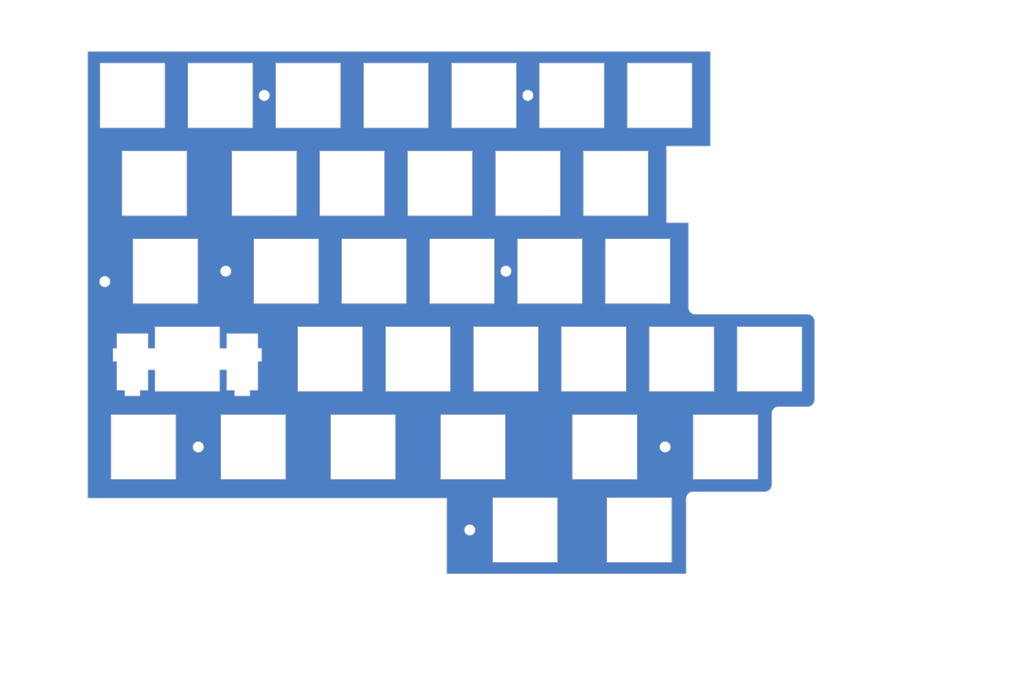
<source format=kicad_pcb>
(kicad_pcb
	(version 20240108)
	(generator "pcbnew")
	(generator_version "8.0")
	(general
		(thickness 1.6)
		(legacy_teardrops no)
	)
	(paper "A4")
	(layers
		(0 "F.Cu" signal)
		(31 "B.Cu" signal)
		(32 "B.Adhes" user "B.Adhesive")
		(33 "F.Adhes" user "F.Adhesive")
		(34 "B.Paste" user)
		(35 "F.Paste" user)
		(36 "B.SilkS" user "B.Silkscreen")
		(37 "F.SilkS" user "F.Silkscreen")
		(38 "B.Mask" user)
		(39 "F.Mask" user)
		(40 "Dwgs.User" user "User.Drawings")
		(41 "Cmts.User" user "User.Comments")
		(42 "Eco1.User" user "User.Eco1")
		(43 "Eco2.User" user "User.Eco2")
		(44 "Edge.Cuts" user)
		(45 "Margin" user)
		(46 "B.CrtYd" user "B.Courtyard")
		(47 "F.CrtYd" user "F.Courtyard")
		(48 "B.Fab" user)
		(49 "F.Fab" user)
		(50 "User.1" user)
		(51 "User.2" user)
		(52 "User.3" user)
		(53 "User.4" user)
		(54 "User.5" user)
		(55 "User.6" user)
		(56 "User.7" user)
		(57 "User.8" user)
		(58 "User.9" user)
	)
	(setup
		(pad_to_mask_clearance 0)
		(allow_soldermask_bridges_in_footprints no)
		(pcbplotparams
			(layerselection 0x00010fc_ffffffff)
			(plot_on_all_layers_selection 0x0000000_00000000)
			(disableapertmacros no)
			(usegerberextensions no)
			(usegerberattributes yes)
			(usegerberadvancedattributes yes)
			(creategerberjobfile yes)
			(dashed_line_dash_ratio 12.000000)
			(dashed_line_gap_ratio 3.000000)
			(svgprecision 4)
			(plotframeref no)
			(viasonmask no)
			(mode 1)
			(useauxorigin no)
			(hpglpennumber 1)
			(hpglpenspeed 20)
			(hpglpendiameter 15.000000)
			(pdf_front_fp_property_popups yes)
			(pdf_back_fp_property_popups yes)
			(dxfpolygonmode yes)
			(dxfimperialunits yes)
			(dxfusepcbnewfont yes)
			(psnegative no)
			(psa4output no)
			(plotreference yes)
			(plotvalue yes)
			(plotfptext yes)
			(plotinvisibletext no)
			(sketchpadsonfab no)
			(subtractmaskfromsilk no)
			(outputformat 1)
			(mirror no)
			(drillshape 1)
			(scaleselection 1)
			(outputdirectory "")
		)
	)
	(net 0 "")
	(gr_line
		(start 47.50238 84.7652)
		(end 47.50238 70.7659)
		(stroke
			(width 0.1)
			(type default)
		)
		(layer "Edge.Cuts")
		(uuid "0027f755-d9c8-455b-b8f8-d9f3c8cb57aa")
	)
	(gr_line
		(start 54.35955 46.6652)
		(end 40.36 46.6652)
		(stroke
			(width 0.1)
			(type default)
		)
		(layer "Edge.Cuts")
		(uuid "02b2f768-c0e7-4c1f-93a0-2f27b5730778")
	)
	(gr_line
		(start 164.23535 126.865561)
		(end 164.23535 140.865561)
		(stroke
			(width 0.1)
			(type default)
		)
		(layer "Edge.Cuts")
		(uuid "0311aa1c-3b80-42de-81bb-0a31f8184c95")
	)
	(gr_line
		(start 140.37235 89.8159)
		(end 154.37235 89.8159)
		(stroke
			(width 0.1)
			(type default)
		)
		(layer "Edge.Cuts")
		(uuid "0325f921-a2e8-4570-a213-cacd81896937")
	)
	(gr_line
		(start 144.84735 70.7659)
		(end 144.84735 84.7652)
		(stroke
			(width 0.1)
			(type default)
		)
		(layer "Edge.Cuts")
		(uuid "06b322b9-f981-44ea-abba-45e1548bd45e")
	)
	(gr_line
		(start 159.13435 65.7152)
		(end 145.13535 65.7152)
		(stroke
			(width 0.1)
			(type default)
		)
		(layer "Edge.Cuts")
		(uuid "06e9b353-1fdf-4c8e-abee-d98a8eccbd7f")
	)
	(gr_line
		(start 43.99115 97.3153)
		(end 43.16568 97.3153)
		(stroke
			(width 0.1)
			(type default)
		)
		(layer "Edge.Cuts")
		(uuid "0737cdc8-792f-416e-b978-8726f2938098")
	)
	(gr_line
		(start 82.93435 51.7159)
		(end 82.93435 65.7152)
		(stroke
			(width 0.1)
			(type default)
		)
		(layer "Edge.Cuts")
		(uuid "0b15622f-2af6-47a5-a85b-d5267cc11ba5")
	)
	(gr_circle
		(center 75.9347 39.6656)
		(end 74.7847 39.6656)
		(stroke
			(width 0.1)
			(type default)
		)
		(fill none)
		(layer "Edge.Cuts")
		(uuid "0c1f4d8d-22c0-4855-ab52-62c91d98d321")
	)
	(gr_line
		(start 111.50935 32.666)
		(end 111.50935 46.6652)
		(stroke
			(width 0.1)
			(type default)
		)
		(layer "Edge.Cuts")
		(uuid "0c220a49-dcca-4168-8cbb-98c9924816eb")
	)
	(gr_line
		(start 74.54075 103.5852)
		(end 72.81555 103.5852)
		(stroke
			(width 0.1)
			(type default)
		)
		(layer "Edge.Cuts")
		(uuid "0d48410f-b435-47d9-b3d3-40d0a056ff30")
	)
	(gr_line
		(start 92.74755 70.7659)
		(end 106.74685 70.7659)
		(stroke
			(width 0.1)
			(type default)
		)
		(layer "Edge.Cuts")
		(uuid "0fca13b8-343c-4189-8aec-a57d24cd2d5a")
	)
	(gr_line
		(start 66.552369 108.865552)
		(end 80.552369 108.865552)
		(stroke
			(width 0.1)
			(type default)
		)
		(layer "Edge.Cuts")
		(uuid "11e7cbaa-04b8-4099-8b26-de1c8c0643da")
	)
	(gr_line
		(start 73.40935 32.666)
		(end 73.40935 46.6652)
		(stroke
			(width 0.1)
			(type default)
		)
		(layer "Edge.Cuts")
		(uuid "1616a868-8126-470c-a0d4-b11918440216")
	)
	(gr_line
		(start 182.94655 108.865561)
		(end 182.94655 122.865561)
		(stroke
			(width 0.1)
			(type default)
		)
		(layer "Edge.Cuts")
		(uuid "198e6c85-d14a-41fd-9a7e-68c5cac9af69")
	)
	(gr_line
		(start 125.79685 70.7659)
		(end 125.79685 84.7652)
		(stroke
			(width 0.1)
			(type default)
		)
		(layer "Edge.Cuts")
		(uuid "1b48f173-74d3-442b-b296-2a8711a580fd")
	)
	(gr_line
		(start 49.01545 103.5852)
		(end 49.01545 104.7854)
		(stroke
			(width 0.1)
			(type default)
		)
		(layer "Edge.Cuts")
		(uuid "1d623a3f-04a4-40bd-993e-202299f327bd")
	)
	(gr_line
		(start 67.79125 99.1148)
		(end 66.26575 99.1148)
		(stroke
			(width 0.1)
			(type default)
		)
		(layer "Edge.Cuts")
		(uuid "1d70491c-9c03-4745-80b2-18ac6f22de35")
	)
	(gr_line
		(start 45.71644 103.5852)
		(end 43.99115 103.5852)
		(stroke
			(width 0.1)
			(type default)
		)
		(layer "Edge.Cuts")
		(uuid "1e447449-12f1-4ebf-a77e-a404f5292bce")
	)
	(gr_line
		(start 142.75255 122.865561)
		(end 142.75255 108.865561)
		(stroke
			(width 0.1)
			(type default)
		)
		(layer "Edge.Cuts")
		(uuid "1e7c9b76-e961-46cc-9358-42812f818338")
	)
	(gr_line
		(start 104.366442 108.865552)
		(end 104.366442 122.865561)
		(stroke
			(width 0.1)
			(type default)
		)
		(layer "Edge.Cuts")
		(uuid "2020ffdc-1dcc-41ae-8e8e-2a5b7fdcdd59")
	)
	(gr_line
		(start 74.54075 94.5164)
		(end 75.36625 94.5164)
		(stroke
			(width 0.1)
			(type default)
		)
		(layer "Edge.Cuts")
		(uuid "21379c8b-35ab-4493-9dcc-2cac79de8da4")
	)
	(gr_line
		(start 97.51005 32.666)
		(end 111.50935 32.666)
		(stroke
			(width 0.1)
			(type default)
		)
		(layer "Edge.Cuts")
		(uuid "21cc8e4a-9d1d-467d-810e-5c83e7bf92d6")
	)
	(gr_circle
		(center 67.6004 77.76555)
		(end 66.4504 77.76555)
		(stroke
			(width 0.1)
			(type default)
		)
		(fill none)
		(layer "Edge.Cuts")
		(uuid "226e53f0-76bb-4507-abd1-dfa6ec2a67f8")
	)
	(gr_line
		(start 90.366442 122.865552)
		(end 90.366442 108.865552)
		(stroke
			(width 0.1)
			(type default)
		)
		(layer "Edge.Cuts")
		(uuid "241afd3b-8cf2-4e3c-b775-9fcd11939d63")
	)
	(gr_line
		(start 59.41005 32.666)
		(end 73.40935 32.666)
		(stroke
			(width 0.1)
			(type default)
		)
		(layer "Edge.Cuts")
		(uuid "24432424-6809-4dd1-b257-4a2b1db513df")
	)
	(gr_line
		(start 192.468148 103.817842)
		(end 178.470143 103.8159)
		(stroke
			(width 0.1)
			(type default)
		)
		(layer "Edge.Cuts")
		(uuid "255824f3-55ce-4a19-9f6b-1240f9054cd4")
	)
	(gr_line
		(start 159.13435 51.7159)
		(end 159.13435 65.7152)
		(stroke
			(width 0.1)
			(type default)
		)
		(layer "Edge.Cuts")
		(uuid "28457ca5-ccdf-448b-ba09-edeff431375a")
	)
	(gr_line
		(start 37.66 126.988495)
		(end 115.48535 126.988495)
		(stroke
			(width 0.1)
			(type default)
		)
		(layer "Edge.Cuts")
		(uuid "290c6026-10be-4d24-a371-6cc241496e8f")
	)
	(gr_line
		(start 83.22255 89.8159)
		(end 97.22185 89.8159)
		(stroke
			(width 0.1)
			(type default)
		)
		(layer "Edge.Cuts")
		(uuid "2befe6e6-279b-45f6-9513-632b6ab52ae6")
	)
	(gr_line
		(start 149.60935 32.666)
		(end 149.60935 46.6652)
		(stroke
			(width 0.1)
			(type default)
		)
		(layer "Edge.Cuts")
		(uuid "2c25701e-512b-4a26-81b2-72af7def1293")
	)
	(gr_line
		(start 111.79755 70.7659)
		(end 125.79685 70.7659)
		(stroke
			(width 0.1)
			(type default)
		)
		(layer "Edge.Cuts")
		(uuid "2cb9fb16-d001-40bd-92b2-d84fef3a72b9")
	)
	(gr_line
		(start 83.22255 103.8152)
		(end 83.22255 89.8159)
		(stroke
			(width 0.1)
			(type default)
		)
		(layer "Edge.Cuts")
		(uuid "2cd8f468-6120-401d-89d9-43bc9a41f63d")
	)
	(gr_circle
		(center 133.084 39.6656)
		(end 131.934 39.6656)
		(stroke
			(width 0.1)
			(type default)
		)
		(fill none)
		(layer "Edge.Cuts")
		(uuid "2dd3f6a1-8455-448f-830e-8765d6d6ea07")
	)
	(gr_circle
		(center 41.38119 80.021596)
		(end 40.23119 80.021596)
		(stroke
			(width 0.1)
			(type default)
		)
		(fill none)
		(layer "Edge.Cuts")
		(uuid "32919865-b443-4c33-ac60-d0d31f68ab5a")
	)
	(gr_line
		(start 68.93505 51.7159)
		(end 82.93435 51.7159)
		(stroke
			(width 0.1)
			(type default)
		)
		(layer "Edge.Cuts")
		(uuid "34cb0b54-8a7a-4cd0-867d-0eee3cdedc36")
	)
	(gr_line
		(start 168.65935 32.666)
		(end 168.65935 46.6652)
		(stroke
			(width 0.1)
			(type default)
		)
		(layer "Edge.Cuts")
		(uuid "38156984-1b14-42a6-8aec-b8c8ecdad9b8")
	)
	(gr_line
		(start 192.47009 89.818542)
		(end 192.468148 103.817842)
		(stroke
			(width 0.1)
			(type default)
		)
		(layer "Edge.Cuts")
		(uuid "3864a15a-40c5-44f1-a2d1-8cf378912592")
	)
	(gr_line
		(start 52.26625 94.5164)
		(end 52.26625 89.8159)
		(stroke
			(width 0.1)
			(type default)
		)
		(layer "Edge.Cuts")
		(uuid "394d7ff0-629a-4575-90d0-2dadddbde35b")
	)
	(gr_line
		(start 116.56005 46.6652)
		(end 116.56005 32.666)
		(stroke
			(width 0.1)
			(type default)
		)
		(layer "Edge.Cuts")
		(uuid "3b203173-aa1d-460f-a618-cdb80b01a2ab")
	)
	(gr_line
		(start 114.17745 122.865561)
		(end 114.17745 108.865561)
		(stroke
			(width 0.1)
			(type default)
		)
		(layer "Edge.Cuts")
		(uuid "3b4b3781-f14d-43f1-8f20-5a4c94b5368d")
	)
	(gr_line
		(start 164.23535 140.865561)
		(end 150.23535 140.865561)
		(stroke
			(width 0.1)
			(type default)
		)
		(layer "Edge.Cuts")
		(uuid "3b8a319d-42be-4a9e-a447-17ea20079631")
	)
	(gr_line
		(start 145.13535 51.7159)
		(end 159.13435 51.7159)
		(stroke
			(width 0.1)
			(type default)
		)
		(layer "Edge.Cuts")
		(uuid "3b94b847-76af-40e2-a33c-02e70002eea7")
	)
	(gr_line
		(start 149.89735 70.7659)
		(end 163.89735 70.7659)
		(stroke
			(width 0.1)
			(type default)
		)
		(layer "Edge.Cuts")
		(uuid "3c1b3d87-c30a-4066-8bb1-27c4a9d8c86c")
	)
	(gr_line
		(start 125.48535 126.865561)
		(end 139.48535 126.865561)
		(stroke
			(width 0.1)
			(type default)
		)
		(layer "Edge.Cuts")
		(uuid "3d0f5f88-5d10-445a-86c9-e42cff2903be")
	)
	(gr_line
		(start 61.50325 70.7659)
		(end 61.50325 84.7652)
		(stroke
			(width 0.1)
			(type default)
		)
		(layer "Edge.Cuts")
		(uuid "3d75b0da-e4af-492e-ac41-f6cc5f0069b1")
	)
	(gr_line
		(start 135.32185 103.8152)
		(end 121.32255 103.8152)
		(stroke
			(width 0.1)
			(type default)
		)
		(layer "Edge.Cuts")
		(uuid "3eb4322f-fe11-4143-be77-5b19ec702640")
	)
	(gr_line
		(start 128.17745 122.865561)
		(end 114.17745 122.865561)
		(stroke
			(width 0.1)
			(type default)
		)
		(layer "Edge.Cuts")
		(uuid "3f2d2a67-86a2-4f36-ab82-2ed6371d89c3")
	)
	(gr_line
		(start 68.93505 65.7152)
		(end 68.93505 51.7159)
		(stroke
			(width 0.1)
			(type default)
		)
		(layer "Edge.Cuts")
		(uuid "3f989f42-bda0-4dd5-8f5c-c417b1b0253b")
	)
	(gr_line
		(start 72.81555 104.7854)
		(end 69.51515 104.7854)
		(stroke
			(width 0.1)
			(type default)
		)
		(layer "Edge.Cuts")
		(uuid "4018fe7c-68f7-4216-869e-4ba42bd203cb")
	)
	(gr_line
		(start 52.26625 99.1148)
		(end 50.74075 99.1148)
		(stroke
			(width 0.1)
			(type default)
		)
		(layer "Edge.Cuts")
		(uuid "40fc01d8-ab51-4395-b286-91712ea797ba")
	)
	(gr_line
		(start 168.94655 108.865561)
		(end 182.94655 108.865561)
		(stroke
			(width 0.1)
			(type default)
		)
		(layer "Edge.Cuts")
		(uuid "42065e37-2e89-4697-a3d0-8763b4174d2f")
	)
	(gr_line
		(start 101.98435 51.7159)
		(end 101.98435 65.7152)
		(stroke
			(width 0.1)
			(type default)
		)
		(layer "Edge.Cuts")
		(uuid "43adaf3d-bb29-43cc-9b97-ec4e6abe8a25")
	)
	(gr_line
		(start 80.552369 122.865552)
		(end 66.552369 122.865552)
		(stroke
			(width 0.1)
			(type default)
		)
		(layer "Edge.Cuts")
		(uuid "45b15a9b-902f-4630-ba40-c36ba85ad2d6")
	)
	(gr_line
		(start 66.26575 89.8159)
		(end 66.26575 94.5164)
		(stroke
			(width 0.1)
			(type default)
		)
		(layer "Edge.Cuts")
		(uuid "4737829b-6645-4c42-809a-69432b1a1060")
	)
	(gr_line
		(start 135.60865 32.666)
		(end 149.60935 32.666)
		(stroke
			(width 0.1)
			(type default)
		)
		(layer "Edge.Cuts")
		(uuid "47fc052c-21e8-4914-8fd4-35c75aab3471")
	)
	(gr_line
		(start 45.12251 51.7159)
		(end 59.12205 51.7159)
		(stroke
			(width 0.1)
			(type default)
		)
		(layer "Edge.Cuts")
		(uuid "48556dda-168d-4cd0-b650-2d3d8119f848")
	)
	(gr_line
		(start 142.75255 108.865561)
		(end 156.75255 108.865561)
		(stroke
			(width 0.1)
			(type default)
		)
		(layer "Edge.Cuts")
		(uuid "49ca7d25-ec62-4ba5-b925-5ea360a7b527")
	)
	(gr_line
		(start 106.74685 84.7652)
		(end 92.74755 84.7652)
		(stroke
			(width 0.1)
			(type default)
		)
		(layer "Edge.Cuts")
		(uuid "49cea571-81be-4b6b-b0bf-bf8f49a549b4")
	)
	(gr_line
		(start 172.65935 30.14)
		(end 37.66 30.14)
		(stroke
			(width 0.1)
			(type default)
		)
		(layer "Edge.Cuts")
		(uuid "4a0a0fa5-62c9-4586-8256-e95371f92d49")
	)
	(gr_line
		(start 111.79755 84.7652)
		(end 111.79755 70.7659)
		(stroke
			(width 0.1)
			(type default)
		)
		(layer "Edge.Cuts")
		(uuid "4bf2ce3f-a892-4b92-8546-83229de87fed")
	)
	(gr_line
		(start 156.75255 108.865561)
		(end 156.75255 122.865561)
		(stroke
			(width 0.1)
			(type default)
		)
		(layer "Edge.Cuts")
		(uuid "4e506806-0b44-465a-914b-b8d179510247")
	)
	(gr_line
		(start 80.552369 108.865552)
		(end 80.552369 122.865552)
		(stroke
			(width 0.1)
			(type default)
		)
		(layer "Edge.Cuts")
		(uuid "4e73657d-a25f-4605-94db-eb6dc3be7232")
	)
	(gr_line
		(start 56.740199 108.865552)
		(end 56.740199 122.865552)
		(stroke
			(width 0.1)
			(type default)
		)
		(layer "Edge.Cuts")
		(uuid "50db4023-ece9-4778-80bf-d4738b2138b6")
	)
	(gr_line
		(start 43.99115 103.5852)
		(end 43.99115 97.3153)
		(stroke
			(width 0.1)
			(type default)
		)
		(layer "Edge.Cuts")
		(uuid "52347410-adfd-4ff9-90f2-efea7bc5a64f")
	)
	(gr_line
		(start 66.552369 122.865552)
		(end 66.552369 108.865552)
		(stroke
			(width 0.1)
			(type default)
		)
		(layer "Edge.Cuts")
		(uuid "53c71f0c-4826-49b2-bdee-a333745aed92")
	)
	(gr_line
		(start 111.50935 46.6652)
		(end 97.51005 46.6652)
		(stroke
			(width 0.1)
			(type default)
		)
		(layer "Edge.Cuts")
		(uuid "54c6a94f-5dfe-470b-b3b2-688e2d76d103")
	)
	(gr_line
		(start 128.17745 108.865561)
		(end 128.17745 122.865561)
		(stroke
			(width 0.1)
			(type default)
		)
		(layer "Edge.Cuts")
		(uuid "55a3349e-a002-4563-9706-d2243bd97121")
	)
	(gr_line
		(start 59.41005 46.6652)
		(end 59.41005 32.666)
		(stroke
			(width 0.1)
			(type default)
		)
		(layer "Edge.Cuts")
		(uuid "55ce12a6-b284-45a4-9540-2c00e5bfef34")
	)
	(gr_line
		(start 69.51515 103.5852)
		(end 67.79125 103.5852)
		(stroke
			(width 0.1)
			(type default)
		)
		(layer "Edge.Cuts")
		(uuid "579489b7-97fa-41de-a28e-4b565494e15d")
	)
	(gr_arc
		(start 195.228969 105.630545)
		(mid 194.789626 106.691213)
		(end 193.728958 107.130556)
		(stroke
			(width 0.1)
			(type default)
		)
		(layer "Edge.Cuts")
		(uuid "58d5a372-440b-4b95-8232-ebbf6e70f87a")
	)
	(gr_line
		(start 163.13435 50.6652)
		(end 172.65935 50.6652)
		(stroke
			(width 0.1)
			(type default)
		)
		(layer "Edge.Cuts")
		(uuid "5986910a-83aa-475f-94af-b462af4d508a")
	)
	(gr_circle
		(center 128.3222 77.76555)
		(end 127.1722 77.76555)
		(stroke
			(width 0.1)
			(type default)
		)
		(fill none)
		(layer "Edge.Cuts")
		(uuid "5ac10d62-8e4e-4165-911e-91dc4c12a7d9")
	)
	(gr_line
		(start 90.366442 108.865552)
		(end 104.366442 108.865552)
		(stroke
			(width 0.1)
			(type default)
		)
		(layer "Edge.Cuts")
		(uuid "5d19649d-96ea-4875-8f1f-6807d233ea62")
	)
	(gr_line
		(start 121.32255 89.8159)
		(end 135.32185 89.8159)
		(stroke
			(width 0.1)
			(type default)
		)
		(layer "Edge.Cuts")
		(uuid "5d91c6a6-da2a-4afc-8905-a95decaa1599")
	)
	(gr_line
		(start 167.89735 85.6159)
		(end 167.89735 67.2399)
		(stroke
			(width 0.1)
			(type default)
		)
		(layer "Edge.Cuts")
		(uuid "5da10309-4c95-4a86-80b2-4fa26ffc21b3")
	)
	(gr_line
		(start 92.74755 84.7652)
		(end 92.74755 70.7659)
		(stroke
			(width 0.1)
			(type default)
		)
		(layer "Edge.Cuts")
		(uuid "5ff33816-e3de-4391-8a41-736069ac1dd7")
	)
	(gr_line
		(start 139.48535 126.865561)
		(end 139.48535 140.865561)
		(stroke
			(width 0.1)
			(type default)
		)
		(layer "Edge.Cuts")
		(uuid "60ad4b95-7d76-40d0-94ce-35c4f2a33196")
	)
	(gr_arc
		(start 169.397369 87.1159)
		(mid 168.336727 86.676557)
		(end 167.89735 85.6159)
		(stroke
			(width 0.1)
			(type default)
		)
		(layer "Edge.Cuts")
		(uuid "60f7e3c5-adb1-4044-8fb5-371d2f54506a")
	)
	(gr_arc
		(start 193.728969 87.1159)
		(mid 194.789629 87.55524)
		(end 195.228969 88.6159)
		(stroke
			(width 0.1)
			(type default)
		)
		(layer "Edge.Cuts")
		(uuid "6188be41-34ba-4089-9cf5-235bffd4e206")
	)
	(gr_line
		(start 56.740199 122.865552)
		(end 42.740199 122.865552)
		(stroke
			(width 0.1)
			(type default)
		)
		(layer "Edge.Cuts")
		(uuid "61cf52c9-8345-4b79-8f9f-bb092d098552")
	)
	(gr_line
		(start 59.12205 65.7152)
		(end 45.12251 65.7152)
		(stroke
			(width 0.1)
			(type default)
		)
		(layer "Edge.Cuts")
		(uuid "623107bb-1907-41ce-bf3b-70702a3b64d2")
	)
	(gr_line
		(start 74.54075 91.2863)
		(end 74.54075 94.5164)
		(stroke
			(width 0.1)
			(type default)
		)
		(layer "Edge.Cuts")
		(uuid "62f11af9-413f-4f32-9335-b9305554a981")
	)
	(gr_line
		(start 185.94655 124.0652)
		(end 185.94655 108.63056)
		(stroke
			(width 0.1)
			(type default)
		)
		(layer "Edge.Cuts")
		(uuid "65ba279d-1520-466c-ad3c-29b165c23eda")
	)
	(gr_line
		(start 116.27185 103.8152)
		(end 102.27255 103.8152)
		(stroke
			(width 0.1)
			(type default)
		)
		(layer "Edge.Cuts")
		(uuid "66508356-1f25-434c-a592-bbd081746f7f")
	)
	(gr_line
		(start 126.08505 65.7152)
		(end 126.08505 51.7159)
		(stroke
			(width 0.1)
			(type default)
		)
		(layer "Edge.Cuts")
		(uuid "6912694e-1327-461b-abef-008452796189")
	)
	(gr_line
		(start 52.26625 89.8159)
		(end 66.26575 89.8159)
		(stroke
			(width 0.1)
			(type default)
		)
		(layer "Edge.Cuts")
		(uuid "6f1025d5-8591-40b9-a2fa-0d9dd6f6c304")
	)
	(gr_line
		(start 87.69685 84.7652)
		(end 73.69755 84.7652)
		(stroke
			(width 0.1)
			(type default)
		)
		(layer "Edge.Cuts")
		(uuid "6f185e36-dab8-45f6-b6d2-7f5ac519a887")
	)
	(gr_circle
		(center 61.646284 115.865552)
		(end 60.496284 115.865552)
		(stroke
			(width 0.1)
			(type default)
		)
		(fill none)
		(layer "Edge.Cuts")
		(uuid "70812a71-1769-4a5b-bd17-71280e562de2")
	)
	(gr_line
		(start 42.740199 122.865552)
		(end 42.740199 108.865552)
		(stroke
			(width 0.1)
			(type default)
		)
		(layer "Edge.Cuts")
		(uuid "712371ac-7280-4520-b9c6-4d2a2860300b")
	)
	(gr_line
		(start 163.89735 70.7659)
		(end 163.89735 84.7652)
		(stroke
			(width 0.1)
			(type default)
		)
		(layer "Edge.Cuts")
		(uuid "7474e472-0ecb-4e79-bede-9ccccc65dbe8")
	)
	(gr_line
		(start 140.08435 65.7152)
		(end 126.08505 65.7152)
		(stroke
			(width 0.1)
			(type default)
		)
		(layer "Edge.Cuts")
		(uuid "77363104-38e2-425e-b064-eb799bea5b91")
	)
	(gr_line
		(start 135.60865 46.6652)
		(end 135.60865 32.666)
		(stroke
			(width 0.1)
			(type default)
		)
		(layer "Edge.Cuts")
		(uuid "773efaef-f2ec-4259-88a8-6a8e5ee64f98")
	)
	(gr_line
		(start 182.94655 122.865561)
		(end 168.94655 122.865561)
		(stroke
			(width 0.1)
			(type default)
		)
		(layer "Edge.Cuts")
		(uuid "797dac85-a875-4011-bd03-09b7b8666a44")
	)
	(gr_line
		(start 50.74075 94.5164)
		(end 52.26625 94.5164)
		(stroke
			(width 0.1)
			(type default)
		)
		(layer "Edge.Cuts")
		(uuid "79ae17ec-2615-4187-ac3e-d4d4553afe59")
	)
	(gr_circle
		(center 120.48535 133.865561)
		(end 119.33535 133.865561)
		(stroke
			(width 0.1)
			(type default)
		)
		(fill none)
		(layer "Edge.Cuts")
		(uuid "7c0bbe29-d3c1-4438-96a1-42dbecf152d0")
	)
	(gr_line
		(start 193.728969 87.1159)
		(end 169.397369 87.1159)
		(stroke
			(width 0.1)
			(type default)
		)
		(layer "Edge.Cuts")
		(uuid "7dd4c36d-afd3-4437-8f8b-854f3e810c00")
	)
	(gr_line
		(start 87.98505 65.7152)
		(end 87.98505 51.7159)
		(stroke
			(width 0.1)
			(type default)
		)
		(layer "Edge.Cuts")
		(uuid "7eb7d079-ce19-4582-be14-bd28244fb0df")
	)
	(gr_line
		(start 50.74075 99.1148)
		(end 50.74075 103.5852)
		(stroke
			(width 0.1)
			(type default)
		)
		(layer "Edge.Cuts")
		(uuid "81f29f5f-e933-435a-b672-fd1ebccd3446")
	)
	(gr_line
		(start 168.65935 46.6652)
		(end 154.65835 46.6652)
		(stroke
			(width 0.1)
			(type default)
		)
		(layer "Edge.Cuts")
		(uuid "85946bce-b514-42bc-a5b9-c38ae9b03949")
	)
	(gr_line
		(start 43.99115 91.2863)
		(end 50.74075 91.2863)
		(stroke
			(width 0.1)
			(type default)
		)
		(layer "Edge.Cuts")
		(uuid "873f0c49-de6f-443b-b8de-ea728a916a98")
	)
	(gr_line
		(start 154.65835 46.6652)
		(end 154.65835 32.666)
		(stroke
			(width 0.1)
			(type default)
		)
		(layer "Edge.Cuts")
		(uuid "87818ecc-1de9-4d53-8dc4-e5b17738db80")
	)
	(gr_line
		(start 178.470143 89.818542)
		(end 192.47009 89.818542)
		(stroke
			(width 0.1)
			(type default)
		)
		(layer "Edge.Cuts")
		(uuid "8796fabf-bc91-4b79-aa75-b7271777e8ad")
	)
	(gr_line
		(start 116.56005 32.666)
		(end 130.55935 32.666)
		(stroke
			(width 0.1)
			(type default)
		)
		(layer "Edge.Cuts")
		(uuid "87ca20ed-d613-44a9-9e41-77dff5da2cfc")
	)
	(gr_line
		(start 159.42235 89.8159)
		(end 173.42235 89.8159)
		(stroke
			(width 0.1)
			(type default)
		)
		(layer "Edge.Cuts")
		(uuid "88c7ac63-68f2-4b13-b5be-50866ccb8293")
	)
	(gr_line
		(start 67.79125 94.5164)
		(end 67.79125 91.2863)
		(stroke
			(width 0.1)
			(type default)
		)
		(layer "Edge.Cuts")
		(uuid "8b502777-26cd-48c1-8e26-9f0e7fa504d2")
	)
	(gr_line
		(start 54.35955 32.666)
		(end 54.35955 46.6652)
		(stroke
			(width 0.1)
			(type default)
		)
		(layer "Edge.Cuts")
		(uuid "8c50ff6e-2c6d-46ed-9471-b3e56bfd4d58")
	)
	(gr_line
		(start 121.03435 51.7159)
		(end 121.03435 65.7152)
		(stroke
			(width 0.1)
			(type default)
		)
		(layer "Edge.Cuts")
		(uuid "8c924c46-dbb5-4b7e-8bdc-e982b6c8e323")
	)
	(gr_line
		(start 67.79125 91.2863)
		(end 74.54075 91.2863)
		(stroke
			(width 0.1)
			(type default)
		)
		(layer "Edge.Cuts")
		(uuid "8f02bdf2-1d82-4cf4-beb2-f9f89d3140c1")
	)
	(gr_line
		(start 87.69685 70.7659)
		(end 87.69685 84.7652)
		(stroke
			(width 0.1)
			(type default)
		)
		(layer "Edge.Cuts")
		(uuid "90dbbc91-94f5-4849-a293-7960e16f01fe")
	)
	(gr_line
		(start 52.26625 103.8152)
		(end 52.26625 99.1148)
		(stroke
			(width 0.1)
			(type default)
		)
		(layer "Edge.Cuts")
		(uuid "91aba02c-c90b-4e94-8b91-e445c342a22a")
	)
	(gr_line
		(start 130.55935 32.666)
		(end 130.55935 46.6652)
		(stroke
			(width 0.1)
			(type default)
		)
		(layer "Edge.Cuts")
		(uuid "932784ec-5460-4727-ac8e-e47ee2afbf08")
	)
	(gr_line
		(start 173.42235 103.8152)
		(end 159.42235 103.8152)
		(stroke
			(width 0.1)
			(type default)
		)
		(layer "Edge.Cuts")
		(uuid "938fe04f-8678-4eb4-a6ad-96e30dd4dde6")
	)
	(gr_line
		(start 156.75255 122.865561)
		(end 142.75255 122.865561)
		(stroke
			(width 0.1)
			(type default)
		)
		(layer "Edge.Cuts")
		(uuid "94458138-0b35-4395-885a-444f3166a274")
	)
	(gr_line
		(start 73.40935 46.6652)
		(end 59.41005 46.6652)
		(stroke
			(width 0.1)
			(type default)
		)
		(layer "Edge.Cuts")
		(uuid "9644bc7d-7a2c-4300-823f-66d4e90c99b9")
	)
	(gr_line
		(start 154.37235 89.8159)
		(end 154.37235 103.8152)
		(stroke
			(width 0.1)
			(type default)
		)
		(layer "Edge.Cuts")
		(uuid "9858de02-fb5a-4762-9617-953f069f48dd")
	)
	(gr_line
		(start 102.27255 89.8159)
		(end 116.27185 89.8159)
		(stroke
			(width 0.1)
			(type default)
		)
		(layer "Edge.Cuts")
		(uuid "98899e08-d300-452c-acea-b997d389caee")
	)
	(gr_line
		(start 115.48535 126.988495)
		(end 115.48535 143.36495)
		(stroke
			(width 0.1)
			(type default)
		)
		(layer "Edge.Cuts")
		(uuid "9945b3af-134b-4cec-bfc8-84b2a5d31b2f")
	)
	(gr_line
		(start 144.84735 84.7652)
		(end 130.84755 84.7652)
		(stroke
			(width 0.1)
			(type default)
		)
		(layer "Edge.Cuts")
		(uuid "9b6a6341-246d-4d89-9c53-13d6218a99bf")
	)
	(gr_line
		(start 66.26575 103.8152)
		(end 52.26625 103.8152)
		(stroke
			(width 0.1)
			(type default)
		)
		(layer "Edge.Cuts")
		(uuid "9b77b828-7390-4af0-a7b1-327305c3c519")
	)
	(gr_line
		(start 82.93435 65.7152)
		(end 68.93505 65.7152)
		(stroke
			(width 0.1)
			(type default)
		)
		(layer "Edge.Cuts")
		(uuid "9dbe4e68-885d-4e2e-8c00-199fb476e604")
	)
	(gr_line
		(start 43.99115 94.5164)
		(end 43.99115 91.2863)
		(stroke
			(width 0.1)
			(type default)
		)
		(layer "Edge.Cuts")
		(uuid "a05f1cbd-ca6d-4515-8bcc-25125ad9a3df")
	)
	(gr_line
		(start 159.42235 103.8152)
		(end 159.42235 89.8159)
		(stroke
			(width 0.1)
			(type default)
		)
		(layer "Edge.Cuts")
		(uuid "a19ba095-b8e1-48d3-9ef3-1e9db1212965")
	)
	(gr_line
		(start 130.55935 46.6652)
		(end 116.56005 46.6652)
		(stroke
			(width 0.1)
			(type default)
		)
		(layer "Edge.Cuts")
		(uuid "a28d506e-50d8-4904-921e-ef366685f119")
	)
	(gr_line
		(start 69.51515 104.7854)
		(end 69.51515 103.5852)
		(stroke
			(width 0.1)
			(type default)
		)
		(layer "Edge.Cuts")
		(uuid "a3d093b2-21fc-4094-b088-25e280f9b4fc")
	)
	(gr_line
		(start 140.37235 103.8152)
		(end 140.37235 89.8159)
		(stroke
			(width 0.1)
			(type default)
		)
		(layer "Edge.Cuts")
		(uuid "a402c2ee-07b2-4e64-85ee-0e68907f2e1f")
	)
	(gr_line
		(start 72.81555 103.5852)
		(end 72.81555 104.7854)
		(stroke
			(width 0.1)
			(type default)
		)
		(layer "Edge.Cuts")
		(uuid "a6c14f8a-767d-491a-a3c6-3aaa49880b5c")
	)
	(gr_line
		(start 107.03505 65.7152)
		(end 107.03505 51.7159)
		(stroke
			(width 0.1)
			(type default)
		)
		(layer "Edge.Cuts")
		(uuid "a6cca8c9-134e-47be-992a-3345a5688af9")
	)
	(gr_line
		(start 167.42335 143.36495)
		(end 167.42335 127.06535)
		(stroke
			(width 0.1)
			(type default)
		)
		(layer "Edge.Cuts")
		(uuid "ac9d279d-1314-4fbc-8672-085229909019")
	)
	(gr_arc
		(start 185.94655 108.63056)
		(mid 186.385892 107.569893)
		(end 187.446559 107.130556)
		(stroke
			(width 0.1)
			(type default)
		)
		(layer "Edge.Cuts")
		(uuid "ad6b7b06-9f9b-43f7-b77d-0fec04517c59")
	)
	(gr_line
		(start 92.45935 46.6652)
		(end 78.46005 46.6652)
		(stroke
			(width 0.1)
			(type default)
		)
		(layer "Edge.Cuts")
		(uuid "ad761a11-86e4-4624-8e5a-7b575b0f3c06")
	)
	(gr_line
		(start 172.65935 50.6652)
		(end 172.65935 30.14)
		(stroke
			(width 0.1)
			(type default)
		)
		(layer "Edge.Cuts")
		(uuid "ae674fd0-5973-422c-9231-6f5eed9b316b")
	)
	(gr_line
		(start 74.54075 97.3153)
		(end 74.54075 103.5852)
		(stroke
			(width 0.1)
			(type default)
		)
		(layer "Edge.Cuts")
		(uuid "af6ee333-76ad-4e74-8ae5-d0fd285e2eda")
	)
	(gr_line
		(start 126.08505 51.7159)
		(end 140.08435 51.7159)
		(stroke
			(width 0.1)
			(type default)
		)
		(layer "Edge.Cuts")
		(uuid "b0234edb-1acf-4137-8e79-0ca009e973dd")
	)
	(gr_line
		(start 40.36 32.666)
		(end 54.35955 32.666)
		(stroke
			(width 0.1)
			(type default)
		)
		(layer "Edge.Cuts")
		(uuid "b38eaccb-7167-4e59-b1e4-c7216a02be9a")
	)
	(gr_line
		(start 59.12205 51.7159)
		(end 59.12205 65.7152)
		(stroke
			(width 0.1)
			(type default)
		)
		(layer "Edge.Cuts")
		(uuid "b3bceaaf-3602-4c03-be52-d3354bfce451")
	)
	(gr_line
		(start 195.228969 105.630545)
		(end 195.228969 88.6159)
		(stroke
			(width 0.1)
			(type default)
		)
		(layer "Edge.Cuts")
		(uuid "b41099b2-fbd2-492e-a7c7-dbca1d5b29e9")
	)
	(gr_line
		(start 97.22185 103.8152)
		(end 83.22255 103.8152)
		(stroke
			(width 0.1)
			(type default)
		)
		(layer "Edge.Cuts")
		(uuid "b46a46d0-472a-4ec6-9363-e407be7c22e1")
	)
	(gr_line
		(start 130.84755 84.7652)
		(end 130.84755 70.7659)
		(stroke
			(width 0.1)
			(type default)
		)
		(layer "Edge.Cuts")
		(uuid "b6a9792d-69ee-430e-888a-c9c040d34d2d")
	)
	(gr_line
		(start 45.12251 65.7152)
		(end 45.12251 51.7159)
		(stroke
			(width 0.1)
			(type default)
		)
		(layer "Edge.Cuts")
		(uuid "b7febb64-e92e-43b1-b779-f17589762686")
	)
	(gr_line
		(start 102.27255 103.8152)
		(end 102.27255 89.8159)
		(stroke
			(width 0.1)
			(type default)
		)
		(layer "Edge.Cuts")
		(uuid "b8bd5346-4d78-42e8-9e53-7b64c0809019")
	)
	(gr_line
		(start 104.366442 122.865561)
		(end 90.366442 122.865552)
		(stroke
			(width 0.1)
			(type default)
		)
		(layer "Edge.Cuts")
		(uuid "bb6f5123-1b74-4ff5-a6a0-1fc8c75f1018")
	)
	(gr_line
		(start 37.66 30.14)
		(end 37.66 126.988495)
		(stroke
			(width 0.1)
			(type default)
		)
		(layer "Edge.Cuts")
		(uuid "bc2729de-c221-4e24-ae6f-95a345974085")
	)
	(gr_arc
		(start 185.94655 124.0652)
		(mid 185.507181 125.125932)
		(end 184.446449 125.5653)
		(stroke
			(width 0.1)
			(type default)
		)
		(layer "Edge.Cuts")
		(uuid "c22827db-2698-4571-a390-0b6203df3692")
	)
	(gr_line
		(start 121.03435 65.7152)
		(end 107.03505 65.7152)
		(stroke
			(width 0.1)
			(type default)
		)
		(layer "Edge.Cuts")
		(uuid "c6862936-5286-49e6-a4a7-a1d816c0c108")
	)
	(gr_line
		(start 66.26575 99.1148)
		(end 66.26575 103.8152)
		(stroke
			(width 0.1)
			(type default)
		)
		(layer "Edge.Cuts")
		(uuid "ca4c7202-6971-4f91-bf42-32ca56013dae")
	)
	(gr_line
		(start 154.37235 103.8152)
		(end 140.37235 103.8152)
		(stroke
			(width 0.1)
			(type default)
		)
		(layer "Edge.Cuts")
		(uuid "cbcce361-a573-4402-ab31-4514ccc175d4")
	)
	(gr_line
		(start 75.36625 94.5164)
		(end 75.36625 97.3153)
		(stroke
			(width 0.1)
			(type default)
		)
		(layer "Edge.Cuts")
		(uuid "cc817f21-5617-4602-b6c7-14f23aacf017")
	)
	(gr_line
		(start 43.16568 97.3153)
		(end 43.16568 94.5164)
		(stroke
			(width 0.1)
			(type default)
		)
		(layer "Edge.Cuts")
		(uuid "ccbf9e8e-8631-47c7-adca-ce6887d8d67d")
	)
	(gr_line
		(start 50.74075 91.2863)
		(end 50.74075 94.5164)
		(stroke
			(width 0.1)
			(type default)
		)
		(layer "Edge.Cuts")
		(uuid "cd0a8b71-3e08-46c4-8820-b8829af779a7")
	)
	(gr_line
		(start 61.50325 84.7652)
		(end 47.50238 84.7652)
		(stroke
			(width 0.1)
			(type default)
		)
		(layer "Edge.Cuts")
		(uuid "cdc1a958-1401-4aa3-a6db-491e57ec15d8")
	)
	(gr_line
		(start 168.937752 125.5653)
		(end 184.446449 125.5653)
		(stroke
			(width 0.1)
			(type default)
		)
		(layer "Edge.Cuts")
		(uuid "cdce3349-6db2-4a84-ab44-4b91e31d1620")
	)
	(gr_line
		(start 107.03505 51.7159)
		(end 121.03435 51.7159)
		(stroke
			(width 0.1)
			(type default)
		)
		(layer "Edge.Cuts")
		(uuid "ceb2b3c9-9cb4-4abe-8d18-e068b4326ba2")
	)
	(gr_line
		(start 75.36625 97.3153)
		(end 74.54075 97.3153)
		(stroke
			(width 0.1)
			(type default)
		)
		(layer "Edge.Cuts")
		(uuid "d144ce43-9ac2-4445-bfc6-38760e921935")
	)
	(gr_line
		(start 135.32185 89.8159)
		(end 135.32185 103.8152)
		(stroke
			(width 0.1)
			(type default)
		)
		(layer "Edge.Cuts")
		(uuid "d3c21032-e428-41b3-bede-6af4601210ff")
	)
	(gr_line
		(start 114.17745 108.865561)
		(end 128.17745 108.865561)
		(stroke
			(width 0.1)
			(type default)
		)
		(layer "Edge.Cuts")
		(uuid "d4f20025-cc75-4e7a-ba45-536ba62a8d6d")
	)
	(gr_line
		(start 150.23535 126.865561)
		(end 164.23535 126.865561)
		(stroke
			(width 0.1)
			(type default)
		)
		(layer "Edge.Cuts")
		(uuid "d5d91031-b240-4198-a61a-99bcd1b82b6b")
	)
	(gr_line
		(start 140.08435 51.7159)
		(end 140.08435 65.7152)
		(stroke
			(width 0.1)
			(type default)
		)
		(layer "Edge.Cuts")
		(uuid "d6fec3f8-40a8-4383-a65e-752d541fe7dc")
	)
	(gr_line
		(start 163.89735 84.7652)
		(end 149.89735 84.7652)
		(stroke
			(width 0.1)
			(type default)
		)
		(layer "Edge.Cuts")
		(uuid "d75a2235-83a4-48a4-ba98-8f2ef35eed6e")
	)
	(gr_line
		(start 150.23535 140.865561)
		(end 150.23535 126.865561)
		(stroke
			(width 0.1)
			(type default)
		)
		(layer "Edge.Cuts")
		(uuid "d9281d2f-4c4c-40ae-85b9-a0123f03299b")
	)
	(gr_line
		(start 121.32255 103.8152)
		(end 121.32255 89.8159)
		(stroke
			(width 0.1)
			(type default)
		)
		(layer "Edge.Cuts")
		(uuid "d99ac50e-ddf8-4747-ba0c-1dc086e423a2")
	)
	(gr_arc
		(start 167.42335 127.06535)
		(mid 167.867807 125.999588)
		(end 168.937752 125.5653)
		(stroke
			(width 0.1)
			(type default)
		)
		(layer "Edge.Cuts")
		(uuid "da54eb01-1bdd-48d4-99e6-3bd690051ddb")
	)
	(gr_line
		(start 125.79685 84.7652)
		(end 111.79755 84.7652)
		(stroke
			(width 0.1)
			(type default)
		)
		(layer "Edge.Cuts")
		(uuid "db60fdc6-d03d-4f83-ac4f-cba2b7c07ccc")
	)
	(gr_line
		(start 101.98435 65.7152)
		(end 87.98505 65.7152)
		(stroke
			(width 0.1)
			(type default)
		)
		(layer "Edge.Cuts")
		(uuid "dcc833dd-4fa7-4b11-ae4d-4b6e84102e16")
	)
	(gr_line
		(start 49.01545 104.7854)
		(end 45.71644 104.7854)
		(stroke
			(width 0.1)
			(type default)
		)
		(layer "Edge.Cuts")
		(uuid "e00d5bcc-41c6-48ba-a8c4-4bd51fc02430")
	)
	(gr_line
		(start 145.13535 65.7152)
		(end 145.13535 51.7159)
		(stroke
			(width 0.1)
			(type default)
		)
		(layer "Edge.Cuts")
		(uuid "e2817ef3-4d78-499c-8d94-c501c6204e6a")
	)
	(gr_line
		(start 43.16568 94.5164)
		(end 43.99115 94.5164)
		(stroke
			(width 0.1)
			(type default)
		)
		(layer "Edge.Cuts")
		(uuid "e41ef850-6ebe-4be9-81ac-77e820471088")
	)
	(gr_line
		(start 40.36 46.6652)
		(end 40.36 32.666)
		(stroke
			(width 0.1)
			(type default)
		)
		(layer "Edge.Cuts")
		(uuid "e4394ef4-cadf-403b-a0fa-8e55cc9d781b")
	)
	(gr_line
		(start 78.46005 46.6652)
		(end 78.46005 32.666)
		(stroke
			(width 0.1)
			(type default)
		)
		(layer "Edge.Cuts")
		(uuid "e4d378f6-521b-488a-a018-b5213fbfdfc7")
	)
	(gr_line
		(start 97.22185 89.8159)
		(end 97.22185 103.8152)
		(stroke
			(width 0.1)
			(type default)
		)
		(layer "Edge.Cuts")
		(uuid "e4f5bbe2-2ed9-404f-95b5-30d6c4061bf1")
	)
	(gr_line
		(start 92.45935 32.666)
		(end 92.45935 46.6652)
		(stroke
			(width 0.1)
			(type default)
		)
		(layer "Edge.Cuts")
		(uuid "e50c82b5-4cdc-4e36-9f9d-140f8f086f70")
	)
	(gr_circle
		(center 162.84955 115.865561)
		(end 161.69955 115.865561)
		(stroke
			(width 0.1)
			(type default)
		)
		(fill none)
		(layer "Edge.Cuts")
		(uuid "e57ba5fa-f338-463f-8875-845152192b21")
	)
	(gr_line
		(start 106.74685 70.7659)
		(end 106.74685 84.7652)
		(stroke
			(width 0.1)
			(type default)
		)
		(layer "Edge.Cuts")
		(uuid "e5b02d25-c655-4b63-8b1e-a5516269f2fd")
	)
	(gr_line
		(start 73.69755 70.7659)
		(end 87.69685 70.7659)
		(stroke
			(width 0.1)
			(type default)
		)
		(layer "Edge.Cuts")
		(uuid "e67267dc-8093-4691-8fa4-5cef77cc8a51")
	)
	(gr_line
		(start 163.13435 67.2399)
		(end 163.13435 50.6652)
		(stroke
			(width 0.1)
			(type default)
		)
		(layer "Edge.Cuts")
		(uuid "e75d411e-9dff-4460-9f39-8528c09ab9d6")
	)
	(gr_line
		(start 73.69755 84.7652)
		(end 73.69755 70.7659)
		(stroke
			(width 0.1)
			(type default)
		)
		(layer "Edge.Cuts")
		(uuid "e8728d9b-8791-4549-8d19-97263cc01014")
	)
	(gr_line
		(start 50.74075 103.5852)
		(end 49.01545 103.5852)
		(stroke
			(width 0.1)
			(type default)
		)
		(layer "Edge.Cuts")
		(uuid "eafe6fc7-5266-42c7-b296-7d0ca7b652ad")
	)
	(gr_line
		(start 116.27185 89.8159)
		(end 116.27185 103.8152)
		(stroke
			(width 0.1)
			(type default)
		)
		(layer "Edge.Cuts")
		(uuid "eb619ad6-5776-4f52-bd63-facb8204eb93")
	)
	(gr_line
		(start 149.89735 84.7652)
		(end 149.89735 70.7659)
		(stroke
			(width 0.1)
			(type default)
		)
		(layer "Edge.Cuts")
		(uuid "ebf552db-8392-434a-9b85-afc285f87f64")
	)
	(gr_line
		(start 125.48535 140.865561)
		(end 125.48535 126.865561)
		(stroke
			(width 0.1)
			(type default)
		)
		(layer "Edge.Cuts")
		(uuid "eda1e4fc-bd92-4401-b0b1-a2ca1ce7bb06")
	)
	(gr_line
		(start 97.51005 46.6652)
		(end 97.51005 32.666)
		(stroke
			(width 0.1)
			(type default)
		)
		(layer "Edge.Cuts")
		(uuid "eddcfc3a-a278-4734-aaaa-4b366074e574")
	)
	(gr_line
		(start 168.94655 122.865561)
		(end 168.94655 108.865561)
		(stroke
			(width 0.1)
			(type default)
		)
		(layer "Edge.Cuts")
		(uuid "ef2dc706-fd83-44b3-919e-f0bcd4d52fc5")
	)
	(gr_line
		(start 154.65835 32.666)
		(end 168.65935 32.666)
		(stroke
			(width 0.1)
			(type default)
		)
		(layer "Edge.Cuts")
		(uuid "f111b1f8-7b3e-4300-96cd-ce1f3cf4cd7c")
	)
	(gr_line
		(start 167.89735 67.2399)
		(end 163.13435 67.2399)
		(stroke
			(width 0.1)
			(type default)
		)
		(layer "Edge.Cuts")
		(uuid "f1308ce5-2918-41d0-888d-216cdf2d8823")
	)
	(gr_line
		(start 47.50238 70.7659)
		(end 61.50325 70.7659)
		(stroke
			(width 0.1)
			(type default)
		)
		(layer "Edge.Cuts")
		(uuid "f2291a2e-94d5-4995-8c1b-d7e3f9e0c92d")
	)
	(gr_line
		(start 66.26575 94.5164)
		(end 67.79125 94.5164)
		(stroke
			(width 0.1)
			(type default)
		)
		(layer "Edge.Cuts")
		(uuid "f3d7347e-f02f-4fc0-9891-1e34a8005220")
	)
	(gr_line
		(start 87.98505 51.7159)
		(end 101.98435 51.7159)
		(stroke
			(width 0.1)
			(type default)
		)
		(layer "Edge.Cuts")
		(uuid "f53a273e-1a82-430b-b2e9-deef880161c7")
	)
	(gr_line
		(start 45.71644 104.7854)
		(end 45.71644 103.5852)
		(stroke
			(width 0.1)
			(type default)
		)
		(layer "Edge.Cuts")
		(uuid "f5912819-896c-45eb-b22d-28ea07ea45be")
	)
	(gr_line
		(start 173.42235 89.8159)
		(end 173.42235 103.8152)
		(stroke
			(width 0.1)
			(type default)
		)
		(layer "Edge.Cuts")
		(uuid "f59f45da-0636-4fd6-8343-dbf6eface9b5")
	)
	(gr_line
		(start 178.470143 103.8159)
		(end 178.470143 89.818542)
		(stroke
			(width 0.1)
			(type default)
		)
		(layer "Edge.Cuts")
		(uuid "f7813b5a-602f-4277-b5bf-440cbea5affb")
	)
	(gr_line
		(start 115.48535 143.36495)
		(end 167.42335 143.36495)
		(stroke
			(width 0.1)
			(type default)
		)
		(layer "Edge.Cuts")
		(uuid "f9142acd-dd7b-4430-b147-e4fdfd3af408")
	)
	(gr_line
		(start 149.60935 46.6652)
		(end 135.60865 46.6652)
		(stroke
			(width 0.1)
			(type default)
		)
		(layer "Edge.Cuts")
		(uuid "f9cae581-4e20-44a1-850e-e8b520ff6af7")
	)
	(gr_line
		(start 42.740199 108.865552)
		(end 56.740199 108.865552)
		(stroke
			(width 0.1)
			(type default)
		)
		(layer "Edge.Cuts")
		(uuid "fa88a687-b567-4fcd-95f2-893d46ebb8ca")
	)
	(gr_line
		(start 78.46005 32.666)
		(end 92.45935 32.666)
		(stroke
			(width 0.1)
			(type default)
		)
		(layer "Edge.Cuts")
		(uuid "fb442ffd-e1c6-4cf6-a34b-aea501bd710c")
	)
	(gr_line
		(start 187.446559 107.130556)
		(end 193.728958 107.130556)
		(stroke
			(width 0.1)
			(type default)
		)
		(layer "Edge.Cuts")
		(uuid "fccac663-a7f5-4b4a-ba4a-635236a9c43f")
	)
	(gr_line
		(start 130.84755 70.7659)
		(end 144.84735 70.7659)
		(stroke
			(width 0.1)
			(type default)
		)
		(layer "Edge.Cuts")
		(uuid "fcd3f392-6950-433b-926e-0d34abc2e474")
	)
	(gr_line
		(start 67.79125 103.5852)
		(end 67.79125 99.1148)
		(stroke
			(width 0.1)
			(type default)
		)
		(layer "Edge.Cuts")
		(uuid "fd2a6621-7407-4ff8-92cc-93d7bb35caa0")
	)
	(gr_line
		(start 139.48535 140.865561)
		(end 125.48535 140.865561)
		(stroke
			(width 0.1)
			(type default)
		)
		(layer "Edge.Cuts")
		(uuid "fe484778-4c37-47d2-b1a4-52f201951d2a")
	)
	(zone
		(net 0)
		(net_name "")
		(layers "F&B.Cu")
		(uuid "b3f7e002-b091-4039-b94a-f9f8de849afe")
		(hatch edge 0.5)
		(connect_pads
			(clearance 0.5)
		)
		(min_thickness 0.25)
		(filled_areas_thickness no)
		(fill yes
			(thermal_gap 0.5)
			(thermal_bridge_width 0.5)
			(island_removal_mode 1)
			(island_area_min 10)
		)
		(polygon
			(pts
				(xy 19.3 18.98) (xy 18.66 165.57) (xy 240.65 165.57) (xy 240.65 20.27)
			)
		)
		(filled_polygon
			(layer "F.Cu")
			(island)
			(pts
				(xy 172.602389 30.159685) (xy 172.648144 30.212489) (xy 172.65935 30.264) (xy 172.65935 50.5412)
				(xy 172.639665 50.608239) (xy 172.586861 50.653994) (xy 172.53535 50.6652) (xy 163.13435 50.6652)
				(xy 163.13435 67.2399) (xy 167.77335 67.2399) (xy 167.840389 67.259585) (xy 167.886144 67.312389)
				(xy 167.89735 67.3639) (xy 167.89735 85.615899) (xy 167.89967 85.733768) (xy 167.936559 85.966598)
				(xy 167.936559 85.966599) (xy 167.991547 86.135805) (xy 168.009418 86.190794) (xy 168.065021 86.299911)
				(xy 168.116446 86.400829) (xy 168.255014 86.59154) (xy 168.421714 86.758232) (xy 168.61242 86.896783)
				(xy 168.612427 86.896788) (xy 168.82247 87.003809) (xy 169.046668 87.076656) (xy 169.279501 87.113536)
				(xy 169.344983 87.114849) (xy 169.397365 87.1159) (xy 169.397369 87.1159) (xy 193.727798 87.1159)
				(xy 193.730099 87.11592) (xy 193.838256 87.117929) (xy 193.855341 87.119433) (xy 194.070078 87.15344)
				(xy 194.088985 87.157978) (xy 194.294665 87.224805) (xy 194.312626 87.232245) (xy 194.505315 87.330421)
				(xy 194.521899 87.340584) (xy 194.696849 87.467689) (xy 194.711639 87.48032) (xy 194.864555 87.633233)
				(xy 194.877191 87.648028) (xy 195.004297 87.82297) (xy 195.014464 87.839561) (xy 195.112639 88.032237)
				(xy 195.120086 88.050215) (xy 195.18691 88.255878) (xy 195.191452 88.274798) (xy 195.225459 88.489506)
				(xy 195.226965 88.50663) (xy 195.228948 88.614753) (xy 195.228969 88.617027) (xy 195.228969 105.62933)
				(xy 195.228945 105.631767) (xy 195.22682 105.739878) (xy 195.225317 105.756842) (xy 195.191296 105.971606)
				(xy 195.186753 105.990527) (xy 195.119931 106.196163) (xy 195.112484 106.214139) (xy 195.014318 106.406785)
				(xy 195.004151 106.423375) (xy 194.877058 106.598293) (xy 194.864421 106.613089) (xy 194.711524 106.765977)
				(xy 194.696728 106.778613) (xy 194.5218 106.905699) (xy 194.505208 106.915866) (xy 194.312557 107.014019)
				(xy 194.294581 107.021464) (xy 194.088943 107.088274) (xy 194.070022 107.092816) (xy 193.855208 107.126832)
				(xy 193.838335 107.128332) (xy 193.73364 107.13046) (xy 193.730236 107.13053) (xy 193.727717 107.130556)
				(xy 187.446559 107.130556) (xy 187.334878 107.132627) (xy 187.328673 107.132743) (xy 187.328668 107.132743)
				(xy 187.095803 107.169617) (xy 187.095801 107.169618) (xy 186.871573 107.242465) (xy 186.669038 107.345652)
				(xy 186.661499 107.349494) (xy 186.566126 107.418781) (xy 186.470751 107.48807) (xy 186.304037 107.654773)
				(xy 186.239512 107.743577) (xy 186.165446 107.845514) (xy 186.165443 107.845518) (xy 186.16544 107.845524)
				(xy 186.058404 108.05558) (xy 185.985539 108.27981) (xy 185.948651 108.51267) (xy 185.94865 108.512678)
				(xy 185.94655 108.630542) (xy 185.94655 124.064024) (xy 185.946529 124.06633) (xy 185.944517 124.174494)
				(xy 185.943011 124.191586) (xy 185.909001 124.406313) (xy 185.904459 124.425234) (xy 185.837629 124.630911)
				(xy 185.830182 124.648888) (xy 185.732005 124.841567) (xy 185.721838 124.858158) (xy 185.594724 125.03311)
				(xy 185.582087 125.047906) (xy 185.429167 125.200821) (xy 185.414371 125.213457) (xy 185.239415 125.340565)
				(xy 185.222823 125.350732) (xy 185.030139 125.448903) (xy 185.012162 125.456349) (xy 184.806489 125.52317)
				(xy 184.787568 125.527712) (xy 184.572806 125.56172) (xy 184.555766 125.563224) (xy 184.447608 125.565278)
				(xy 184.445254 125.5653) (xy 168.937703 125.5653) (xy 168.819143 125.56642) (xy 168.819139 125.56642)
				(xy 168.745555 125.57743) (xy 168.584541 125.601523) (xy 168.584538 125.601524) (xy 168.584535 125.601524)
				(xy 168.3584 125.673103) (xy 168.358387 125.673108) (xy 168.146339 125.779378) (xy 168.146328 125.779385)
				(xy 167.953641 125.917705) (xy 167.953632 125.917712) (xy 167.785115 126.08463) (xy 167.785108 126.084638)
				(xy 167.64495 126.276005) (xy 167.644949 126.276008) (xy 167.536656 126.487047) (xy 167.462921 126.712501)
				(xy 167.462919 126.712509) (xy 167.425583 126.946746) (xy 167.425583 126.946749) (xy 167.42335 127.065348)
				(xy 167.42335 143.24095) (xy 167.403665 143.307989) (xy 167.350861 143.353744) (xy 167.29935 143.36495)
				(xy 115.60935 143.36495) (xy 115.542311 143.345265) (xy 115.496556 143.292461) (xy 115.48535 143.24095)
				(xy 115.48535 140.865561) (xy 125.48535 140.865561) (xy 139.48535 140.865561) (xy 150.23535 140.865561)
				(xy 164.23535 140.865561) (xy 164.23535 126.865561) (xy 150.23535 126.865561) (xy 150.23535 140.865561)
				(xy 139.48535 140.865561) (xy 139.48535 126.865561) (xy 125.48535 126.865561) (xy 125.48535 140.865561)
				(xy 115.48535 140.865561) (xy 115.48535 133.759225) (xy 119.337803 133.759225) (xy 119.337803 133.971897)
				(xy 119.376881 134.180948) (xy 119.453706 134.379255) (xy 119.453708 134.379261) (xy 119.565658 134.560066)
				(xy 119.565664 134.560075) (xy 119.70894 134.717242) (xy 119.878656 134.845405) (xy 119.976239 134.893995)
				(xy 120.069021 134.940196) (xy 120.069025 134.940197) (xy 120.069032 134.940201) (xy 120.273585 134.998402)
				(xy 120.485349 135.018025) (xy 120.48535 135.018025) (xy 120.485351 135.018025) (xy 120.555938 135.011484)
				(xy 120.697115 134.998402) (xy 120.901668 134.940201) (xy 121.092044 134.845405) (xy 121.26176 134.717242)
				(xy 121.405036 134.560075) (xy 121.516993 134.379258) (xy 121.593819 134.180948) (xy 121.632897 133.971897)
				(xy 121.63535 133.865561) (xy 121.632897 133.759225) (xy 121.593819 133.550174) (xy 121.516993 133.351864)
				(xy 121.405036 133.171047) (xy 121.26176 133.01388) (xy 121.092044 132.885717) (xy 120.901678 132.790925)
				(xy 120.901665 132.79092) (xy 120.832167 132.771146) (xy 120.697115 132.73272) (xy 120.591232 132.722909)
				(xy 120.485351 132.713098) (xy 120.485349 132.713098) (xy 120.273585 132.73272) (xy 120.069034 132.79092)
				(xy 120.069021 132.790925) (xy 119.878655 132.885717) (xy 119.708941 133.013879) (xy 119.70894 133.01388)
				(xy 119.565664 133.171047) (xy 119.565662 133.171048) (xy 119.56566 133.171052) (xy 119.565658 133.171055)
				(xy 119.453708 133.35186) (xy 119.453707 133.351864) (xy 119.376881 133.550174) (xy 119.337803 133.759225)
				(xy 115.48535 133.759225) (xy 115.48535 126.988495) (xy 37.784 126.988495) (xy 37.716961 126.96881)
				(xy 37.671206 126.916006) (xy 37.66 126.864495) (xy 37.66 122.865552) (xy 42.740199 122.865552)
				(xy 56.740199 122.865552) (xy 66.552369 122.865552) (xy 80.552369 122.865552) (xy 90.366442 122.865552)
				(xy 104.366442 122.865561) (xy 114.17745 122.865561) (xy 128.17745 122.865561) (xy 142.75255 122.865561)
				(xy 156.75255 122.865561) (xy 168.94655 122.865561) (xy 182.94655 122.865561) (xy 182.94655 108.865561)
				(xy 168.94655 108.865561) (xy 168.94655 122.865561) (xy 156.75255 122.865561) (xy 156.75255 115.759225)
				(xy 161.702003 115.759225) (xy 161.702003 115.971897) (xy 161.741081 116.180948) (xy 161.817904 116.379249)
				(xy 161.817906 116.379255) (xy 161.817908 116.379261) (xy 161.929858 116.560066) (xy 161.929864 116.560075)
				(xy 162.07314 116.717242) (xy 162.242856 116.845405) (xy 162.340439 116.893995) (xy 162.433221 116.940196)
				(xy 162.433225 116.940197) (xy 162.433232 116.940201) (xy 162.637785 116.998402) (xy 162.849549 117.018025)
				(xy 162.84955 117.018025) (xy 162.849551 117.018025) (xy 162.920138 117.011484) (xy 163.061315 116.998402)
				(xy 163.265868 116.940201) (xy 163.456244 116.845405) (xy 163.62596 116.717242) (xy 163.769236 116.560075)
				(xy 163.881193 116.379258) (xy 163.958019 116.180948) (xy 163.997097 115.971897) (xy 163.99955 115.865561)
				(xy 163.997097 115.759225) (xy 163.958019 115.550174) (xy 163.881193 115.351864) (xy 163.881187 115.351855)
				(xy 163.769241 115.171055) (xy 163.769239 115.171052) (xy 163.769236 115.171047) (xy 163.62596 115.01388)
				(xy 163.456244 114.885717) (xy 163.456226 114.885708) (xy 163.265878 114.790925) (xy 163.265865 114.79092)
				(xy 163.196367 114.771146) (xy 163.061315 114.73272) (xy 162.955432 114.722909) (xy 162.849551 114.713098)
				(xy 162.849549 114.713098) (xy 162.637785 114.73272) (xy 162.433234 114.79092) (xy 162.433221 114.790925)
				(xy 162.242855 114.885717) (xy 162.073153 115.01387) (xy 162.07314 115.01388) (xy 161.929864 115.171047)
				(xy 161.929862 115.171048) (xy 161.92986 115.171052) (xy 161.929858 115.171055) (xy 161.817908 115.35186)
				(xy 161.817907 115.351864) (xy 161.741081 115.550174) (xy 161.702003 115.759225) (xy 156.75255 115.759225)
				(xy 156.75255 108.865561) (xy 142.75255 108.865561) (xy 142.75255 122.865561) (xy 128.17745 122.865561)
				(xy 128.17745 108.865561) (xy 114.17745 108.865561) (xy 114.17745 122.865561) (xy 104.366442 122.865561)
				(xy 104.366442 108.865552) (xy 90.366442 108.865552) (xy 90.366442 122.865552) (xy 80.552369 122.865552)
				(xy 80.552369 108.865552) (xy 66.552369 108.865552) (xy 66.552369 122.865552) (xy 56.740199 122.865552)
				(xy 56.740199 115.759216) (xy 60.498737 115.759216) (xy 60.498737 115.971888) (xy 60.537815 116.180939)
				(xy 60.61464 116.379246) (xy 60.614642 116.379252) (xy 60.614648 116.379261) (xy 60.726598 116.560066)
				(xy 60.869874 116.717233) (xy 61.03959 116.845396) (xy 61.137173 116.893986) (xy 61.229955 116.940187)
				(xy 61.229959 116.940188) (xy 61.229966 116.940192) (xy 61.434519 116.998393) (xy 61.646283 117.018016)
				(xy 61.646284 117.018016) (xy 61.646285 117.018016) (xy 61.716872 117.011475) (xy 61.858049 116.998393)
				(xy 62.062602 116.940192) (xy 62.252978 116.845396) (xy 62.422694 116.717233) (xy 62.56597 116.560066)
				(xy 62.677927 116.379249) (xy 62.754753 116.180939) (xy 62.793831 115.971888) (xy 62.796284 115.865552)
				(xy 62.793831 115.759216) (xy 62.754753 115.550165) (xy 62.677927 115.351855) (xy 62.56597 115.171038)
				(xy 62.422694 115.013871) (xy 62.252978 114.885708) (xy 62.062612 114.790916) (xy 62.062599 114.790911)
				(xy 61.993101 114.771137) (xy 61.858049 114.732711) (xy 61.752166 114.7229) (xy 61.646285 114.713089)
				(xy 61.646283 114.713089) (xy 61.434519 114.732711) (xy 61.229968 114.790911) (xy 61.229955 114.790916)
				(xy 61.039589 114.885708) (xy 60.869875 115.01387) (xy 60.869874 115.013871) (xy 60.726598 115.171038)
				(xy 60.726596 115.171039) (xy 60.726594 115.171043) (xy 60.726592 115.171046) (xy 60.614642 115.351851)
				(xy 60.61464 115.351857) (xy 60.614637 115.351866) (xy 60.537815 115.550165) (xy 60.498737 115.759216)
				(xy 56.740199 115.759216) (xy 56.740199 108.865552) (xy 42.740199 108.865552) (xy 42.740199 122.865552)
				(xy 37.66 122.865552) (xy 37.66 94.5164) (xy 43.16568 94.5164) (xy 43.16568 97.3153) (xy 43.86715 97.3153)
				(xy 43.934189 97.334985) (xy 43.979944 97.387789) (xy 43.99115 97.4393) (xy 43.99115 103.5852) (xy 45.59244 103.5852)
				(xy 45.659479 103.604885) (xy 45.705234 103.657689) (xy 45.71644 103.7092) (xy 45.71644 104.7854)
				(xy 49.01545 104.7854) (xy 49.01545 103.7092) (xy 49.035135 103.642161) (xy 49.087939 103.596406)
				(xy 49.13945 103.5852) (xy 50.74075 103.5852) (xy 50.74075 99.2388) (xy 50.760435 99.171761) (xy 50.813239 99.126006)
				(xy 50.86475 99.1148) (xy 52.14225 99.1148) (xy 52.209289 99.134485) (xy 52.255044 99.187289) (xy 52.26625 99.2388)
				(xy 52.26625 103.8152) (xy 66.26575 103.8152) (xy 66.26575 99.2388) (xy 66.285435 99.171761) (xy 66.338239 99.126006)
				(xy 66.38975 99.1148) (xy 67.66725 99.1148) (xy 67.734289 99.134485) (xy 67.780044 99.187289) (xy 67.79125 99.2388)
				(xy 67.79125 103.5852) (xy 69.39115 103.5852) (xy 69.458189 103.604885) (xy 69.503944 103.657689)
				(xy 69.51515 103.7092) (xy 69.51515 104.7854) (xy 72.81555 104.7854) (xy 72.81555 103.8159) (xy 178.470143 103.8159)
				(xy 192.468148 103.817842) (xy 192.47009 89.818542) (xy 192.470089 89.818542) (xy 178.470143 89.818542)
				(xy 178.470143 103.8159) (xy 72.81555 103.8159) (xy 72.81555 103.8152) (xy 83.22255 103.8152) (xy 97.22185 103.8152)
				(xy 102.27255 103.8152) (xy 116.27185 103.8152) (xy 121.32255 103.8152) (xy 135.32185 103.8152)
				(xy 140.37235 103.8152) (xy 154.37235 103.8152) (xy 159.42235 103.8152) (xy 173.42235 103.8152)
				(xy 173.42235 89.8159) (xy 159.42235 89.8159) (xy 159.42235 103.8152) (xy 154.37235 103.8152) (xy 154.37235 89.8159)
				(xy 140.37235 89.8159) (xy 140.37235 103.8152) (xy 135.32185 103.8152) (xy 135.32185 89.8159) (xy 121.32255 89.8159)
				(xy 121.32255 103.8152) (xy 116.27185 103.8152) (xy 116.27185 89.8159) (xy 102.27255 89.8159) (xy 102.27255 103.8152)
				(xy 97.22185 103.8152) (xy 97.22185 89.8159) (xy 83.22255 89.8159) (xy 83.22255 103.8152) (xy 72.81555 103.8152)
				(xy 72.81555 103.7092) (xy 72.835235 103.642161) (xy 72.888039 103.596406) (xy 72.93955 103.5852)
				(xy 74.54075 103.5852) (xy 74.54075 97.4393) (xy 74.560435 97.372261) (xy 74.613239 97.326506) (xy 74.66475 97.3153)
				(xy 75.36625 97.3153) (xy 75.36625 94.5164) (xy 74.66475 94.5164) (xy 74.597711 94.496715) (xy 74.551956 94.443911)
				(xy 74.54075 94.3924) (xy 74.54075 91.2863) (xy 67.79125 91.2863) (xy 67.79125 94.3924) (xy 67.771565 94.459439)
				(xy 67.718761 94.505194) (xy 67.66725 94.5164) (xy 66.38975 94.5164) (xy 66.322711 94.496715) (xy 66.276956 94.443911)
				(xy 66.26575 94.3924) (xy 66.26575 89.8159) (xy 52.26625 89.8159) (xy 52.26625 94.3924) (xy 52.246565 94.459439)
				(xy 52.193761 94.505194) (xy 52.14225 94.5164) (xy 50.86475 94.5164) (xy 50.797711 94.496715) (xy 50.751956 94.443911)
				(xy 50.74075 94.3924) (xy 50.74075 91.2863) (xy 43.99115 91.2863) (xy 43.99115 94.3924) (xy 43.971465 94.459439)
				(xy 43.918661 94.505194) (xy 43.86715 94.5164) (xy 43.16568 94.5164) (xy 37.66 94.5164) (xy 37.66 84.7652)
				(xy 47.50238 84.7652) (xy 61.50325 84.7652) (xy 73.69755 84.7652) (xy 87.69685 84.7652) (xy 92.74755 84.7652)
				(xy 106.74685 84.7652) (xy 111.79755 84.7652) (xy 125.79685 84.7652) (xy 130.84755 84.7652) (xy 144.84735 84.7652)
				(xy 149.89735 84.7652) (xy 163.89735 84.7652) (xy 163.89735 70.7659) (xy 149.89735 70.7659) (xy 149.89735 84.7652)
				(xy 144.84735 84.7652) (xy 144.84735 70.7659) (xy 130.84755 70.7659) (xy 130.84755 84.7652) (xy 125.79685 84.7652)
				(xy 125.79685 77.659214) (xy 127.174653 77.659214) (xy 127.174653 77.871886) (xy 127.213731 78.080937)
				(xy 127.290556 78.279244) (xy 127.290558 78.27925) (xy 127.402508 78.460055) (xy 127.402514 78.460064)
				(xy 127.54579 78.617231) (xy 127.715506 78.745394) (xy 127.813089 78.793984) (xy 127.905871 78.840185)
				(xy 127.905875 78.840186) (xy 127.905882 78.84019) (xy 128.110435 78.898391) (xy 128.322199 78.918014)
				(xy 128.3222 78.918014) (xy 128.322201 78.918014) (xy 128.392788 78.911473) (xy 128.533965 78.898391)
				(xy 128.738518 78.84019) (xy 128.928894 78.745394) (xy 129.09861 78.617231) (xy 129.241886 78.460064)
				(xy 129.353843 78.279247) (xy 129.430669 78.080937) (xy 129.469747 77.871886) (xy 129.4722 77.76555)
				(xy 129.469747 77.659214) (xy 129.430669 77.450163) (xy 129.353843 77.251853) (xy 129.241886 77.071036)
				(xy 129.09861 76.913869) (xy 128.928894 76.785706) (xy 128.738528 76.690914) (xy 128.738515 76.690909)
				(xy 128.669017 76.671135) (xy 128.533965 76.632709) (xy 128.428082 76.622898) (xy 128.322201 76.613087)
				(xy 128.322199 76.613087) (xy 128.110435 76.632709) (xy 127.905884 76.690909) (xy 127.905871 76.690914)
				(xy 127.715505 76.785706) (xy 127.545791 76.913868) (xy 127.54579 76.913869) (xy 127.402514 77.071036)
				(xy 127.402512 77.071037) (xy 127.40251 77.071041) (xy 127.402508 77.071044) (xy 127.290558 77.251849)
				(xy 127.290557 77.251853) (xy 127.213731 77.450163) (xy 127.174653 77.659214) (xy 125.79685 77.659214)
				(xy 125.79685 70.7659) (xy 111.79755 70.7659) (xy 111.79755 84.7652) (xy 106.74685 84.7652) (xy 106.74685 70.7659)
				(xy 92.74755 70.7659) (xy 92.74755 84.7652) (xy 87.69685 84.7652) (xy 87.69685 70.7659) (xy 73.69755 70.7659)
				(xy 73.69755 84.7652) (xy 61.50325 84.7652) (xy 61.50325 77.659214) (xy 66.452853 77.659214) (xy 66.452853 77.871886)
				(xy 66.491931 78.080937) (xy 66.568756 78.279244) (xy 66.568758 78.27925) (xy 66.680708 78.460055)
				(xy 66.680714 78.460064) (xy 66.82399 78.617231) (xy 66.993706 78.745394) (xy 67.091289 78.793984)
				(xy 67.184071 78.840185) (xy 67.184075 78.840186) (xy 67.184082 78.84019) (xy 67.388635 78.898391)
				(xy 67.600399 78.918014) (xy 67.6004 78.918014) (xy 67.600401 78.918014) (xy 67.670988 78.911473)
				(xy 67.812165 78.898391) (xy 68.016718 78.84019) (xy 68.207094 78.745394) (xy 68.37681 78.617231)
				(xy 68.520086 78.460064) (xy 68.632043 78.279247) (xy 68.708869 78.080937) (xy 68.747947 77.871886)
				(xy 68.7504 77.76555) (xy 68.747947 77.659214) (xy 68.708869 77.450163) (xy 68.632043 77.251853)
				(xy 68.520086 77.071036) (xy 68.37681 76.913869) (xy 68.207094 76.785706) (xy 68.016728 76.690914)
				(xy 68.016715 76.690909) (xy 67.947217 76.671135) (xy 67.812165 76.632709) (xy 67.706282 76.622898)
				(xy 67.600401 76.613087) (xy 67.600399 76.613087) (xy 67.388635 76.632709) (xy 67.184084 76.690909)
				(xy 67.184071 76.690914) (xy 66.993705 76.785706) (xy 66.823991 76.913868) (xy 66.82399 76.913869)
				(xy 66.680714 77.071036) (xy 66.680712 77.071037) (xy 66.68071 77.071041) (xy 66.680708 77.071044)
				(xy 66.568758 77.251849) (xy 66.568757 77.251853) (xy 66.491931 77.450163) (xy 66.452853 77.659214)
				(xy 61.50325 77.659214) (xy 61.50325 70.7659) (xy 47.50238 70.7659) (xy 47.50238 84.7652) (xy 37.66 84.7652)
				(xy 37.66 79.91526) (xy 40.233643 79.91526) (xy 40.233643 80.127932) (xy 40.272721 80.336983) (xy 40.349546 80.53529)
				(xy 40.349548 80.535296) (xy 40.461498 80.716101) (xy 40.461504 80.71611) (xy 40.60478 80.873277)
				(xy 40.774496 81.00144) (xy 40.872079 81.05003) (xy 40.964861 81.096231) (xy 40.964865 81.096232)
				(xy 40.964872 81.096236) (xy 41.169425 81.154437) (xy 41.381189 81.17406) (xy 41.38119 81.17406)
				(xy 41.381191 81.17406) (xy 41.451778 81.167519) (xy 41.592955 81.154437) (xy 41.797508 81.096236)
				(xy 41.987884 81.00144) (xy 42.1576 80.873277) (xy 42.300876 80.71611) (xy 42.412833 80.535293)
				(xy 42.489659 80.336983) (xy 42.528737 80.127932) (xy 42.53119 80.021596) (xy 42.528737 79.91526)
				(xy 42.489659 79.706209) (xy 42.412833 79.507899) (xy 42.300876 79.327082) (xy 42.1576 79.169915)
				(xy 41.987884 79.041752) (xy 41.797518 78.94696) (xy 41.797505 78.946955) (xy 41.728007 78.927181)
				(xy 41.592955 78.888755) (xy 41.487072 78.878944) (xy 41.381191 78.869133) (xy 41.381189 78.869133)
				(xy 41.169425 78.888755) (xy 40.964874 78.946955) (xy 40.964861 78.94696) (xy 40.774495 79.041752)
				(xy 40.604781 79.169914) (xy 40.60478 79.169915) (xy 40.461504 79.327082) (xy 40.461502 79.327083)
				(xy 40.4615 79.327087) (xy 40.461498 79.32709) (xy 40.349548 79.507895) (xy 40.349547 79.507899)
				(xy 40.272721 79.706209) (xy 40.233643 79.91526) (xy 37.66 79.91526) (xy 37.66 65.7152) (xy 45.12251 65.7152)
				(xy 59.12205 65.7152) (xy 68.93505 65.7152) (xy 82.93435 65.7152) (xy 87.98505 65.7152) (xy 101.98435 65.7152)
				(xy 107.03505 65.7152) (xy 121.03435 65.7152) (xy 126.08505 65.7152) (xy 140.08435 65.7152) (xy 145.13535 65.7152)
				(xy 159.13435 65.7152) (xy 159.13435 51.7159) (xy 145.13535 51.7159) (xy 145.13535 65.7152) (xy 140.08435 65.7152)
				(xy 140.08435 51.7159) (xy 126.08505 51.7159) (xy 126.08505 65.7152) (xy 121.03435 65.7152) (xy 121.03435 51.7159)
				(xy 107.03505 51.7159) (xy 107.03505 65.7152) (xy 101.98435 65.7152) (xy 101.98435 51.7159) (xy 87.98505 51.7159)
				(xy 87.98505 65.7152) (xy 82.93435 65.7152) (xy 82.93435 51.7159) (xy 68.93505 51.7159) (xy 68.93505 65.7152)
				(xy 59.12205 65.7152) (xy 59.12205 51.7159) (xy 45.12251 51.7159) (xy 45.12251 65.7152) (xy 37.66 65.7152)
				(xy 37.66 46.6652) (xy 40.36 46.6652) (xy 54.35955 46.6652) (xy 59.41005 46.6652) (xy 73.40935 46.6652)
				(xy 78.46005 46.6652) (xy 92.45935 46.6652) (xy 97.51005 46.6652) (xy 111.50935 46.6652) (xy 116.56005 46.6652)
				(xy 130.55935 46.6652) (xy 135.60865 46.6652) (xy 149.60935 46.6652) (xy 154.65835 46.6652) (xy 168.65935 46.6652)
				(xy 168.65935 32.666) (xy 154.65835 32.666) (xy 154.65835 46.6652) (xy 149.60935 46.6652) (xy 149.60935 32.666)
				(xy 135.60865 32.666) (xy 135.60865 46.6652) (xy 130.55935 46.6652) (xy 130.55935 39.559264) (xy 131.936453 39.559264)
				(xy 131.936453 39.771936) (xy 131.975531 39.980987) (xy 132.052356 40.179294) (xy 132.052358 40.1793)
				(xy 132.164308 40.360105) (xy 132.164314 40.360114) (xy 132.30759 40.517281) (xy 132.477306 40.645444)
				(xy 132.574889 40.694034) (xy 132.667671 40.740235) (xy 132.667675 40.740236) (xy 132.667682 40.74024)
				(xy 132.872235 40.798441) (xy 133.083999 40.818064) (xy 133.084 40.818064) (xy 133.084001 40.818064)
				(xy 133.154588 40.811523) (xy 133.295765 40.798441) (xy 133.500318 40.74024) (xy 133.690694 40.645444)
				(xy 133.86041 40.517281) (xy 134.003686 40.360114) (xy 134.115643 40.179297) (xy 134.192469 39.980987)
				(xy 134.231547 39.771936) (xy 134.234 39.6656) (xy 134.231547 39.559264) (xy 134.192469 39.350213)
				(xy 134.115643 39.151903) (xy 134.003686 38.971086) (xy 133.86041 38.813919) (xy 133.690694 38.685756)
				(xy 133.500328 38.590964) (xy 133.500315 38.590959) (xy 133.430817 38.571185) (xy 133.295765 38.532759)
				(xy 133.189882 38.522948) (xy 133.084001 38.513137) (xy 133.083999 38.513137) (xy 132.872235 38.532759)
				(xy 132.667684 38.590959) (xy 132.667671 38.590964) (xy 132.477305 38.685756) (xy 132.307591 38.813918)
				(xy 132.30759 38.813919) (xy 132.164314 38.971086) (xy 132.164312 38.971087) (xy 132.16431 38.971091)
				(xy 132.164308 38.971094) (xy 132.052358 39.151899) (xy 132.052357 39.151903) (xy 131.975531 39.350213)
				(xy 131.936453 39.559264) (xy 130.55935 39.559264) (xy 130.55935 32.666) (xy 116.56005 32.666) (xy 116.56005 46.6652)
				(xy 111.50935 46.6652) (xy 111.50935 32.666) (xy 97.51005 32.666) (xy 97.51005 46.6652) (xy 92.45935 46.6652)
				(xy 92.45935 32.666) (xy 78.46005 32.666) (xy 78.46005 46.6652) (xy 73.40935 46.6652) (xy 73.40935 39.559264)
				(xy 74.787153 39.559264) (xy 74.787153 39.771936) (xy 74.826231 39.980987) (xy 74.903056 40.179294)
				(xy 74.903058 40.1793) (xy 75.015008 40.360105) (xy 75.015014 40.360114) (xy 75.15829 40.517281)
				(xy 75.328006 40.645444) (xy 75.425589 40.694034) (xy 75.518371 40.740235) (xy 75.518375 40.740236)
				(xy 75.518382 40.74024) (xy 75.722935 40.798441) (xy 75.934699 40.818064) (xy 75.9347 40.818064)
				(xy 75.934701 40.818064) (xy 76.005288 40.811523) (xy 76.146465 40.798441) (xy 76.351018 40.74024)
				(xy 76.541394 40.645444) (xy 76.71111 40.517281) (xy 76.854386 40.360114) (xy 76.966343 40.179297)
				(xy 77.043169 39.980987) (xy 77.082247 39.771936) (xy 77.0847 39.6656) (xy 77.082247 39.559264)
				(xy 77.043169 39.350213) (xy 76.966343 39.151903) (xy 76.854386 38.971086) (xy 76.71111 38.813919)
				(xy 76.541394 38.685756) (xy 76.351028 38.590964) (xy 76.351015 38.590959) (xy 76.281517 38.571185)
				(xy 76.146465 38.532759) (xy 76.040582 38.522948) (xy 75.934701 38.513137) (xy 75.934699 38.513137)
				(xy 75.722935 38.532759) (xy 75.518384 38.590959) (xy 75.518371 38.590964) (xy 75.328005 38.685756)
				(xy 75.158291 38.813918) (xy 75.15829 38.813919) (xy 75.015014 38.971086) (xy 75.015012 38.971087)
				(xy 75.01501 38.971091) (xy 75.015008 38.971094) (xy 74.903058 39.151899) (xy 74.903057 39.151903)
				(xy 74.826231 39.350213) (xy 74.787153 39.559264) (xy 73.40935 39.559264) (xy 73.40935 32.666) (xy 59.41005 32.666)
				(xy 59.41005 46.6652) (xy 54.35955 46.6652) (xy 54.35955 32.666) (xy 40.36 32.666) (xy 40.36 46.6652)
				(xy 37.66 46.6652) (xy 37.66 30.264) (xy 37.679685 30.196961) (xy 37.732489 30.151206) (xy 37.784 30.14)
				(xy 172.53535 30.14)
			)
		)
		(filled_polygon
			(layer "B.Cu")
			(island)
			(pts
				(xy 172.602389 30.159685) (xy 172.648144 30.212489) (xy 172.65935 30.264) (xy 172.65935 50.5412)
				(xy 172.639665 50.608239) (xy 172.586861 50.653994) (xy 172.53535 50.6652) (xy 163.13435 50.6652)
				(xy 163.13435 67.2399) (xy 167.77335 67.2399) (xy 167.840389 67.259585) (xy 167.886144 67.312389)
				(xy 167.89735 67.3639) (xy 167.89735 85.615899) (xy 167.89967 85.733768) (xy 167.936559 85.966598)
				(xy 167.936559 85.966599) (xy 167.991547 86.135805) (xy 168.009418 86.190794) (xy 168.065021 86.299911)
				(xy 168.116446 86.400829) (xy 168.255014 86.59154) (xy 168.421714 86.758232) (xy 168.61242 86.896783)
				(xy 168.612427 86.896788) (xy 168.82247 87.003809) (xy 169.046668 87.076656) (xy 169.279501 87.113536)
				(xy 169.344983 87.114849) (xy 169.397365 87.1159) (xy 169.397369 87.1159) (xy 193.727798 87.1159)
				(xy 193.730099 87.11592) (xy 193.838256 87.117929) (xy 193.855341 87.119433) (xy 194.070078 87.15344)
				(xy 194.088985 87.157978) (xy 194.294665 87.224805) (xy 194.312626 87.232245) (xy 194.505315 87.330421)
				(xy 194.521899 87.340584) (xy 194.696849 87.467689) (xy 194.711639 87.48032) (xy 194.864555 87.633233)
				(xy 194.877191 87.648028) (xy 195.004297 87.82297) (xy 195.014464 87.839561) (xy 195.112639 88.032237)
				(xy 195.120086 88.050215) (xy 195.18691 88.255878) (xy 195.191452 88.274798) (xy 195.225459 88.489506)
				(xy 195.226965 88.50663) (xy 195.228948 88.614753) (xy 195.228969 88.617027) (xy 195.228969 105.62933)
				(xy 195.228945 105.631767) (xy 195.22682 105.739878) (xy 195.225317 105.756842) (xy 195.191296 105.971606)
				(xy 195.186753 105.990527) (xy 195.119931 106.196163) (xy 195.112484 106.214139) (xy 195.014318 106.406785)
				(xy 195.004151 106.423375) (xy 194.877058 106.598293) (xy 194.864421 106.613089) (xy 194.711524 106.765977)
				(xy 194.696728 106.778613) (xy 194.5218 106.905699) (xy 194.505208 106.915866) (xy 194.312557 107.014019)
				(xy 194.294581 107.021464) (xy 194.088943 107.088274) (xy 194.070022 107.092816) (xy 193.855208 107.126832)
				(xy 193.838335 107.128332) (xy 193.73364 107.13046) (xy 193.730236 107.13053) (xy 193.727717 107.130556)
				(xy 187.446559 107.130556) (xy 187.334878 107.132627) (xy 187.328673 107.132743) (xy 187.328668 107.132743)
				(xy 187.095803 107.169617) (xy 187.095801 107.169618) (xy 186.871573 107.242465) (xy 186.669038 107.345652)
				(xy 186.661499 107.349494) (xy 186.566126 107.418781) (xy 186.470751 107.48807) (xy 186.304037 107.654773)
				(xy 186.239512 107.743577) (xy 186.165446 107.845514) (xy 186.165443 107.845518) (xy 186.16544 107.845524)
				(xy 186.058404 108.05558) (xy 185.985539 108.27981) (xy 185.948651 108.51267) (xy 185.94865 108.512678)
				(xy 185.94655 108.630542) (xy 185.94655 124.064024) (xy 185.946529 124.06633) (xy 185.944517 124.174494)
				(xy 185.943011 124.191586) (xy 185.909001 124.406313) (xy 185.904459 124.425234) (xy 185.837629 124.630911)
				(xy 185.830182 124.648888) (xy 185.732005 124.841567) (xy 185.721838 124.858158) (xy 185.594724 125.03311)
				(xy 185.582087 125.047906) (xy 185.429167 125.200821) (xy 185.414371 125.213457) (xy 185.239415 125.340565)
				(xy 185.222823 125.350732) (xy 185.030139 125.448903) (xy 185.012162 125.456349) (xy 184.806489 125.52317)
				(xy 184.787568 125.527712) (xy 184.572806 125.56172) (xy 184.555766 125.563224) (xy 184.447608 125.565278)
				(xy 184.445254 125.5653) (xy 168.937703 125.5653) (xy 168.819143 125.56642) (xy 168.819139 125.56642)
				(xy 168.745555 125.57743) (xy 168.584541 125.601523) (xy 168.584538 125.601524) (xy 168.584535 125.601524)
				(xy 168.3584 125.673103) (xy 168.358387 125.673108) (xy 168.146339 125.779378) (xy 168.146328 125.779385)
				(xy 167.953641 125.917705) (xy 167.953632 125.917712) (xy 167.785115 126.08463) (xy 167.785108 126.084638)
				(xy 167.64495 126.276005) (xy 167.644949 126.276008) (xy 167.536656 126.487047) (xy 167.462921 126.712501)
				(xy 167.462919 126.712509) (xy 167.425583 126.946746) (xy 167.425583 126.946749) (xy 167.42335 127.065348)
				(xy 167.42335 143.24095) (xy 167.403665 143.307989) (xy 167.350861 143.353744) (xy 167.29935 143.36495)
				(xy 115.60935 143.36495) (xy 115.542311 143.345265) (xy 115.496556 143.292461) (xy 115.48535 143.24095)
				(xy 115.48535 140.865561) (xy 125.48535 140.865561) (xy 139.48535 140.865561) (xy 150.23535 140.865561)
				(xy 164.23535 140.865561) (xy 164.23535 126.865561) (xy 150.23535 126.865561) (xy 150.23535 140.865561)
				(xy 139.48535 140.865561) (xy 139.48535 126.865561) (xy 125.48535 126.865561) (xy 125.48535 140.865561)
				(xy 115.48535 140.865561) (xy 115.48535 133.759225) (xy 119.337803 133.759225) (xy 119.337803 133.971897)
				(xy 119.376881 134.180948) (xy 119.453706 134.379255) (xy 119.453708 134.379261) (xy 119.565658 134.560066)
				(xy 119.565664 134.560075) (xy 119.70894 134.717242) (xy 119.878656 134.845405) (xy 119.976239 134.893995)
				(xy 120.069021 134.940196) (xy 120.069025 134.940197) (xy 120.069032 134.940201) (xy 120.273585 134.998402)
				(xy 120.485349 135.018025) (xy 120.48535 135.018025) (xy 120.485351 135.018025) (xy 120.555938 135.011484)
				(xy 120.697115 134.998402) (xy 120.901668 134.940201) (xy 121.092044 134.845405) (xy 121.26176 134.717242)
				(xy 121.405036 134.560075) (xy 121.516993 134.379258) (xy 121.593819 134.180948) (xy 121.632897 133.971897)
				(xy 121.63535 133.865561) (xy 121.632897 133.759225) (xy 121.593819 133.550174) (xy 121.516993 133.351864)
				(xy 121.405036 133.171047) (xy 121.26176 133.01388) (xy 121.092044 132.885717) (xy 120.901678 132.790925)
				(xy 120.901665 132.79092) (xy 120.832167 132.771146) (xy 120.697115 132.73272) (xy 120.591232 132.722909)
				(xy 120.485351 132.713098) (xy 120.485349 132.713098) (xy 120.273585 132.73272) (xy 120.069034 132.79092)
				(xy 120.069021 132.790925) (xy 119.878655 132.885717) (xy 119.708941 133.013879) (xy 119.70894 133.01388)
				(xy 119.565664 133.171047) (xy 119.565662 133.171048) (xy 119.56566 133.171052) (xy 119.565658 133.171055)
				(xy 119.453708 133.35186) (xy 119.453707 133.351864) (xy 119.376881 133.550174) (xy 119.337803 133.759225)
				(xy 115.48535 133.759225) (xy 115.48535 126.988495) (xy 37.784 126.988495) (xy 37.716961 126.96881)
				(xy 37.671206 126.916006) (xy 37.66 126.864495) (xy 37.66 122.865552) (xy 42.740199 122.865552)
				(xy 56.740199 122.865552) (xy 66.552369 122.865552) (xy 80.552369 122.865552) (xy 90.366442 122.865552)
				(xy 104.366442 122.865561) (xy 114.17745 122.865561) (xy 128.17745 122.865561) (xy 142.75255 122.865561)
				(xy 156.75255 122.865561) (xy 168.94655 122.865561) (xy 182.94655 122.865561) (xy 182.94655 108.865561)
				(xy 168.94655 108.865561) (xy 168.94655 122.865561) (xy 156.75255 122.865561) (xy 156.75255 115.759225)
				(xy 161.702003 115.759225) (xy 161.702003 115.971897) (xy 161.741081 116.180948) (xy 161.817904 116.379249)
				(xy 161.817906 116.379255) (xy 161.817908 116.379261) (xy 161.929858 116.560066) (xy 161.929864 116.560075)
				(xy 162.07314 116.717242) (xy 162.242856 116.845405) (xy 162.340439 116.893995) (xy 162.433221 116.940196)
				(xy 162.433225 116.940197) (xy 162.433232 116.940201) (xy 162.637785 116.998402) (xy 162.849549 117.018025)
				(xy 162.84955 117.018025) (xy 162.849551 117.018025) (xy 162.920138 117.011484) (xy 163.061315 116.998402)
				(xy 163.265868 116.940201) (xy 163.456244 116.845405) (xy 163.62596 116.717242) (xy 163.769236 116.560075)
				(xy 163.881193 116.379258) (xy 163.958019 116.180948) (xy 163.997097 115.971897) (xy 163.99955 115.865561)
				(xy 163.997097 115.759225) (xy 163.958019 115.550174) (xy 163.881193 115.351864) (xy 163.881187 115.351855)
				(xy 163.769241 115.171055) (xy 163.769239 115.171052) (xy 163.769236 115.171047) (xy 163.62596 115.01388)
				(xy 163.456244 114.885717) (xy 163.456226 114.885708) (xy 163.265878 114.790925) (xy 163.265865 114.79092)
				(xy 163.196367 114.771146) (xy 163.061315 114.73272) (xy 162.955432 114.722909) (xy 162.849551 114.713098)
				(xy 162.849549 114.713098) (xy 162.637785 114.73272) (xy 162.433234 114.79092) (xy 162.433221 114.790925)
				(xy 162.242855 114.885717) (xy 162.073153 115.01387) (xy 162.07314 115.01388) (xy 161.929864 115.171047)
				(xy 161.929862 115.171048) (xy 161.92986 115.171052) (xy 161.929858 115.171055) (xy 161.817908 115.35186)
				(xy 161.817907 115.351864) (xy 161.741081 115.550174) (xy 161.702003 115.759225) (xy 156.75255 115.759225)
				(xy 156.75255 108.865561) (xy 142.75255 108.865561) (xy 142.75255 122.865561) (xy 128.17745 122.865561)
				(xy 128.17745 108.865561) (xy 114.17745 108.865561) (xy 114.17745 122.865561) (xy 104.366442 122.865561)
				(xy 104.366442 108.865552) (xy 90.366442 108.865552) (xy 90.366442 122.865552) (xy 80.552369 122.865552)
				(xy 80.552369 108.865552) (xy 66.552369 108.865552) (xy 66.552369 122.865552) (xy 56.740199 122.865552)
				(xy 56.740199 115.759216) (xy 60.498737 115.759216) (xy 60.498737 115.971888) (xy 60.537815 116.180939)
				(xy 60.61464 116.379246) (xy 60.614642 116.379252) (xy 60.614648 116.379261) (xy 60.726598 116.560066)
				(xy 60.869874 116.717233) (xy 61.03959 116.845396) (xy 61.137173 116.893986) (xy 61.229955 116.940187)
				(xy 61.229959 116.940188) (xy 61.229966 116.940192) (xy 61.434519 116.998393) (xy 61.646283 117.018016)
				(xy 61.646284 117.018016) (xy 61.646285 117.018016) (xy 61.716872 117.011475) (xy 61.858049 116.998393)
				(xy 62.062602 116.940192) (xy 62.252978 116.845396) (xy 62.422694 116.717233) (xy 62.56597 116.560066)
				(xy 62.677927 116.379249) (xy 62.754753 116.180939) (xy 62.793831 115.971888) (xy 62.796284 115.865552)
				(xy 62.793831 115.759216) (xy 62.754753 115.550165) (xy 62.677927 115.351855) (xy 62.56597 115.171038)
				(xy 62.422694 115.013871) (xy 62.252978 114.885708) (xy 62.062612 114.790916) (xy 62.062599 114.790911)
				(xy 61.993101 114.771137) (xy 61.858049 114.732711) (xy 61.752166 114.7229) (xy 61.646285 114.713089)
				(xy 61.646283 114.713089) (xy 61.434519 114.732711) (xy 61.229968 114.790911) (xy 61.229955 114.790916)
				(xy 61.039589 114.885708) (xy 60.869875 115.01387) (xy 60.869874 115.013871) (xy 60.726598 115.171038)
				(xy 60.726596 115.171039) (xy 60.726594 115.171043) (xy 60.726592 115.171046) (xy 60.614642 115.351851)
				(xy 60.61464 115.351857) (xy 60.614637 115.351866) (xy 60.537815 115.550165) (xy 60.498737 115.759216)
				(xy 56.740199 115.759216) (xy 56.740199 108.865552) (xy 42.740199 108.865552) (xy 42.740199 122.865552)
				(xy 37.66 122.865552) (xy 37.66 94.5164) (xy 43.16568 94.5164) (xy 43.16568 97.3153) (xy 43.86715 97.3153)
				(xy 43.934189 97.334985) (xy 43.979944 97.387789) (xy 43.99115 97.4393) (xy 43.99115 103.5852) (xy 45.59244 103.5852)
				(xy 45.659479 103.604885) (xy 45.705234 103.657689) (xy 45.71644 103.7092) (xy 45.71644 104.7854)
				(xy 49.01545 104.7854) (xy 49.01545 103.7092) (xy 49.035135 103.642161) (xy 49.087939 103.596406)
				(xy 49.13945 103.5852) (xy 50.74075 103.5852) (xy 50.74075 99.2388) (xy 50.760435 99.171761) (xy 50.813239 99.126006)
				(xy 50.86475 99.1148) (xy 52.14225 99.1148) (xy 52.209289 99.134485) (xy 52.255044 99.187289) (xy 52.26625 99.2388)
				(xy 52.26625 103.8152) (xy 66.26575 103.8152) (xy 66.26575 99.2388) (xy 66.285435 99.171761) (xy 66.338239 99.126006)
				(xy 66.38975 99.1148) (xy 67.66725 99.1148) (xy 67.734289 99.134485) (xy 67.780044 99.187289) (xy 67.79125 99.2388)
				(xy 67.79125 103.5852) (xy 69.39115 103.5852) (xy 69.458189 103.604885) (xy 69.503944 103.657689)
				(xy 69.51515 103.7092) (xy 69.51515 104.7854) (xy 72.81555 104.7854) (xy 72.81555 103.8159) (xy 178.470143 103.8159)
				(xy 192.468148 103.817842) (xy 192.47009 89.818542) (xy 192.470089 89.818542) (xy 178.470143 89.818542)
				(xy 178.470143 103.8159) (xy 72.81555 103.8159) (xy 72.81555 103.8152) (xy 83.22255 103.8152) (xy 97.22185 103.8152)
				(xy 102.27255 103.8152) (xy 116.27185 103.8152) (xy 121.32255 103.8152) (xy 135.32185 103.8152)
				(xy 140.37235 103.8152) (xy 154.37235 103.8152) (xy 159.42235 103.8152) (xy 173.42235 103.8152)
				(xy 173.42235 89.8159) (xy 159.42235 89.8159) (xy 159.42235 103.8152) (xy 154.37235 103.8152) (xy 154.37235 89.8159)
				(xy 140.37235 89.8159) (xy 140.37235 103.8152) (xy 135.32185 103.8152) (xy 135.32185 89.8159) (xy 121.32255 89.8159)
				(xy 121.32255 103.8152) (xy 116.27185 103.8152) (xy 116.27185 89.8159) (xy 102.27255 89.8159) (xy 102.27255 103.8152)
				(xy 97.22185 103.8152) (xy 97.22185 89.8159) (xy 83.22255 89.8159) (xy 83.22255 103.8152) (xy 72.81555 103.8152)
				(xy 72.81555 103.7092) (xy 72.835235 103.642161) (xy 72.888039 103.596406) (xy 72.93955 103.5852)
				(xy 74.54075 103.5852) (xy 74.54075 97.4393) (xy 74.560435 97.372261) (xy 74.613239 97.326506) (xy 74.66475 97.3153)
				(xy 75.36625 97.3153) (xy 75.36625 94.5164) (xy 74.66475 94.5164) (xy 74.597711 94.496715) (xy 74.551956 94.443911)
				(xy 74.54075 94.3924) (xy 74.54075 91.2863) (xy 67.79125 91.2863) (xy 67.79125 94.3924) (xy 67.771565 94.459439)
				(xy 67.718761 94.505194) (xy 67.66725 94.5164) (xy 66.38975 94.5164) (xy 66.322711 94.496715) (xy 66.276956 94.443911)
				(xy 66.26575 94.3924) (xy 66.26575 89.8159) (xy 52.26625 89.8159) (xy 52.26625 94.3924) (xy 52.246565 94.459439)
				(xy 52.193761 94.505194) (xy 52.14225 94.5164) (xy 50.86475 94.5164) (xy 50.797711 94.496715) (xy 50.751956 94.443911)
				(xy 50.74075 94.3924) (xy 50.74075 91.2863) (xy 43.99115 91.2863) (xy 43.99115 94.3924) (xy 43.971465 94.459439)
				(xy 43.918661 94.505194) (xy 43.86715 94.5164) (xy 43.16568 94.5164) (xy 37.66 94.5164) (xy 37.66 84.7652)
				(xy 47.50238 84.7652) (xy 61.50325 84.7652) (xy 73.69755 84.7652) (xy 87.69685 84.7652) (xy 92.74755 84.7652)
				(xy 106.74685 84.7652) (xy 111.79755 84.7652) (xy 125.79685 84.7652) (xy 130.84755 84.7652) (xy 144.84735 84.7652)
				(xy 149.89735 84.7652) (xy 163.89735 84.7652) (xy 163.89735 70.7659) (xy 149.89735 70.7659) (xy 149.89735 84.7652)
				(xy 144.84735 84.7652) (xy 144.84735 70.7659) (xy 130.84755 70.7659) (xy 130.84755 84.7652) (xy 125.79685 84.7652)
				(xy 125.79685 77.659214) (xy 127.174653 77.659214) (xy 127.174653 77.871886) (xy 127.213731 78.080937)
				(xy 127.290556 78.279244) (xy 127.290558 78.27925) (xy 127.402508 78.460055) (xy 127.402514 78.460064)
				(xy 127.54579 78.617231) (xy 127.715506 78.745394) (xy 127.813089 78.793984) (xy 127.905871 78.840185)
				(xy 127.905875 78.840186) (xy 127.905882 78.84019) (xy 128.110435 78.898391) (xy 128.322199 78.918014)
				(xy 128.3222 78.918014) (xy 128.322201 78.918014) (xy 128.392788 78.911473) (xy 128.533965 78.898391)
				(xy 128.738518 78.84019) (xy 128.928894 78.745394) (xy 129.09861 78.617231) (xy 129.241886 78.460064)
				(xy 129.353843 78.279247) (xy 129.430669 78.080937) (xy 129.469747 77.871886) (xy 129.4722 77.76555)
				(xy 129.469747 77.659214) (xy 129.430669 77.450163) (xy 129.353843 77.251853) (xy 129.241886 77.071036)
				(xy 129.09861 76.913869) (xy 128.928894 76.785706) (xy 128.738528 76.690914) (xy 128.738515 76.690909)
				(xy 128.669017 76.671135) (xy 128.533965 76.632709) (xy 128.428082 76.622898) (xy 128.322201 76.613087)
				(xy 128.322199 76.613087) (xy 128.110435 76.632709) (xy 127.905884 76.690909) (xy 127.905871 76.690914)
				(xy 127.715505 76.785706) (xy 127.545791 76.913868) (xy 127.54579 76.913869) (xy 127.402514 77.071036)
				(xy 127.402512 77.071037) (xy 127.40251 77.071041) (xy 127.402508 77.071044) (xy 127.290558 77.251849)
				(xy 127.290557 77.251853) (xy 127.213731 77.450163) (xy 127.174653 77.659214) (xy 125.79685 77.659214)
				(xy 125.79685 70.7659) (xy 111.79755 70.7659) (xy 111.79755 84.7652) (xy 106.74685 84.7652) (xy 106.74685 70.7659)
				(xy 92.74755 70.7659) (xy 92.74755 84.7652) (xy 87.69685 84.7652) (xy 87.69685 70.7659) (xy 73.69755 70.7659)
				(xy 73.69755 84.7652) (xy 61.50325 84.7652) (xy 61.50325 77.659214) (xy 66.452853 77.659214) (xy 66.452853 77.871886)
				(xy 66.491931 78.080937) (xy 66.568756 78.279244) (xy 66.568758 78.27925) (xy 66.680708 78.460055)
				(xy 66.680714 78.460064) (xy 66.82399 78.617231) (xy 66.993706 78.745394) (xy 67.091289 78.793984)
				(xy 67.184071 78.840185) (xy 67.184075 78.840186) (xy 67.184082 78.84019) (xy 67.388635 78.898391)
				(xy 67.600399 78.918014) (xy 67.6004 78.918014) (xy 67.600401 78.918014) (xy 67.670988 78.911473)
				(xy 67.812165 78.898391) (xy 68.016718 78.84019) (xy 68.207094 78.745394) (xy 68.37681 78.617231)
				(xy 68.520086 78.460064) (xy 68.632043 78.279247) (xy 68.708869 78.080937) (xy 68.747947 77.871886)
				(xy 68.7504 77.76555) (xy 68.747947 77.659214) (xy 68.708869 77.450163) (xy 68.632043 77.251853)
				(xy 68.520086 77.071036) (xy 68.37681 76.913869) (xy 68.207094 76.785706) (xy 68.016728 76.690914)
				(xy 68.016715 76.690909) (xy 67.947217 76.671135) (xy 67.812165 76.632709) (xy 67.706282 76.622898)
				(xy 67.600401 76.613087) (xy 67.600399 76.613087) (xy 67.388635 76.632709) (xy 67.184084 76.690909)
				(xy 67.184071 76.690914) (xy 66.993705 76.785706) (xy 66.823991 76.913868) (xy 66.82399 76.913869)
				(xy 66.680714 77.071036) (xy 66.680712 77.071037) (xy 66.68071 77.071041) (xy 66.680708 77.071044)
				(xy 66.568758 77.251849) (xy 66.568757 77.251853) (xy 66.491931 77.450163) (xy 66.452853 77.659214)
				(xy 61.50325 77.659214) (xy 61.50325 70.7659) (xy 47.50238 70.7659) (xy 47.50238 84.7652) (xy 37.66 84.7652)
				(xy 37.66 79.91526) (xy 40.233643 79.91526) (xy 40.233643 80.127932) (xy 40.272721 80.336983) (xy 40.349546 80.53529)
				(xy 40.349548 80.535296) (xy 40.461498 80.716101) (xy 40.461504 80.71611) (xy 40.60478 80.873277)
				(xy 40.774496 81.00144) (xy 40.872079 81.05003) (xy 40.964861 81.096231) (xy 40.964865 81.096232)
				(xy 40.964872 81.096236) (xy 41.169425 81.154437) (xy 41.381189 81.17406) (xy 41.38119 81.17406)
				(xy 41.381191 81.17406) (xy 41.451778 81.167519) (xy 41.592955 81.154437) (xy 41.797508 81.096236)
				(xy 41.987884 81.00144) (xy 42.1576 80.873277) (xy 42.300876 80.71611) (xy 42.412833 80.535293)
				(xy 42.489659 80.336983) (xy 42.528737 80.127932) (xy 42.53119 80.021596) (xy 42.528737 79.91526)
				(xy 42.489659 79.706209) (xy 42.412833 79.507899) (xy 42.300876 79.327082) (xy 42.1576 79.169915)
				(xy 41.987884 79.041752) (xy 41.797518 78.94696) (xy 41.797505 78.946955) (xy 41.728007 78.927181)
				(xy 41.592955 78.888755) (xy 41.487072 78.878944) (xy 41.381191 78.869133) (xy 41.381189 78.869133)
				(xy 41.169425 78.888755) (xy 40.964874 78.946955) (xy 40.964861 78.94696) (xy 40.774495 79.041752)
				(xy 40.604781 79.169914) (xy 40.60478 79.169915) (xy 40.461504 79.327082) (xy 40.461502 79.327083)
				(xy 40.4615 79.327087) (xy 40.461498 79.32709) (xy 40.349548 79.507895) (xy 40.349547 79.507899)
				(xy 40.272721 79.706209) (xy 40.233643 79.91526) (xy 37.66 79.91526) (xy 37.66 65.7152) (xy 45.12251 65.7152)
				(xy 59.12205 65.7152) (xy 68.93505 65.7152) (xy 82.93435 65.7152) (xy 87.98505 65.7152) (xy 101.98435 65.7152)
				(xy 107.03505 65.7152) (xy 121.03435 65.7152) (xy 126.08505 65.7152) (xy 140.08435 65.7152) (xy 145.13535 65.7152)
				(xy 159.13435 65.7152) (xy 159.13435 51.7159) (xy 145.13535 51.7159) (xy 145.13535 65.7152) (xy 140.08435 65.7152)
				(xy 140.08435 51.7159) (xy 126.08505 51.7159) (xy 126.08505 65.7152) (xy 121.03435 65.7152) (xy 121.03435 51.7159)
				(xy 107.03505 51.7159) (xy 107.03505 65.7152) (xy 101.98435 65.7152) (xy 101.98435 51.7159) (xy 87.98505 51.7159)
				(xy 87.98505 65.7152) (xy 82.93435 65.7152) (xy 82.93435 51.7159) (xy 68.93505 51.7159) (xy 68.93505 65.7152)
				(xy 59.12205 65.7152) (xy 59.12205 51.7159) (xy 45.12251 51.7159) (xy 45.12251 65.7152) (xy 37.66 65.7152)
				(xy 37.66 46.6652) (xy 40.36 46.6652) (xy 54.35955 46.6652) (xy 59.41005 46.6652) (xy 73.40935 46.6652)
				(xy 78.46005 46.6652) (xy 92.45935 46.6652) (xy 97.51005 46.6652) (xy 111.50935 46.6652) (xy 116.56005 46.6652)
				(xy 130.55935 46.6652) (xy 135.60865 46.6652) (xy 149.60935 46.6652) (xy 154.65835 46.6652) (xy 168.65935 46.6652)
				(xy 168.65935 32.666) (xy 154.65835 32.666) (xy 154.65835 46.6652) (xy 149.60935 46.6652) (xy 149.60935 32.666)
				(xy 135.60865 32.666) (xy 135.60865 46.6652) (xy 130.55935 46.6652) (xy 130.55935 39.559264) (xy 131.936453 39.559264)
				(xy 131.936453 39.771936) (xy 131.975531 39.980987) (xy 132.052356 40.179294) (xy 132.052358 40.1793)
				(xy 132.164308 40.360105) (xy 132.164314 40.360114) (xy 132.30759 40.517281) (xy 132.477306 40.645444)
				(xy 132.574889 40.694034) (xy 132.667671 40.740235) (xy 132.667675 40.740236) (xy 132.667682 40.74024)
				(xy 132.872235 40.798441) (xy 133.083999 40.818064) (xy 133.084 40.818064) (xy 133.084001 40.818064)
				(xy 133.154588 40.811523) (xy 133.295765 40.798441) (xy 133.500318 40.74024) (xy 133.690694 40.645444)
				(xy 133.86041 40.517281) (xy 134.003686 40.360114) (xy 134.115643 40.179297) (xy 134.192469 39.980987)
				(xy 134.231547 39.771936) (xy 134.234 39.6656) (xy 134.231547 39.559264) (xy 134.192469 39.350213)
				(xy 134.115643 39.151903) (xy 134.003686 38.971086) (xy 133.86041 38.813919) (xy 133.690694 38.685756)
				(xy 133.500328 38.590964) (xy 133.500315 38.590959) (xy 133.430817 38.571185) (xy 133.295765 38.532759)
				(xy 133.189882 38.522948) (xy 133.084001 38.513137) (xy 133.083999 38.513137) (xy 132.872235 38.532759)
				(xy 132.667684 38.590959) (xy 132.667671 38.590964) (xy 132.477305 38.685756) (xy 132.307591 38.813918)
				(xy 132.30759 38.813919) (xy 132.164314 38.971086) (xy 132.164312 38.971087) (xy 132.16431 38.971091)
				(xy 132.164308 38.971094) (xy 132.052358 39.151899) (xy 132.052357 39.151903) (xy 131.975531 39.350213)
				(xy 131.936453 39.559264) (xy 130.55935 39.559264) (xy 130.55935 32.666) (xy 116.56005 32.666) (xy 116.56005 46.6652)
				(xy 111.50935 46.6652) (xy 111.50935 32.666) (xy 97.51005 32.666) (xy 97.51005 46.6652) (xy 92.45935 46.6652)
				(xy 92.45935 32.666) (xy 78.46005 32.666) (xy 78.46005 46.6652) (xy 73.40935 46.6652) (xy 73.40935 39.559264)
				(xy 74.787153 39.559264) (xy 74.787153 39.771936) (xy 74.826231 39.980987) (xy 74.903056 40.179294)
				(xy 74.903058 40.1793) (xy 75.015008 40.360105) (xy 75.015014 40.360114) (xy 75.15829 40.517281)
				(xy 75.328006 40.645444) (xy 75.425589 40.694034) (xy 75.518371 40.740235) (xy 75.518375 40.740236)
				(xy 75.518382 40.74024) (xy 75.722935 40.798441) (xy 75.934699 40.818064) (xy 75.9347 40.818064)
				(xy 75.934701 40.818064) (xy 76.005288 40.811523) (xy 76.146465 40.798441) (xy 76.351018 40.74024)
				(xy 76.541394 40.645444) (xy 76.71111 40.517281) (xy 76.854386 40.360114) (xy 76.966343 40.179297)
				(xy 77.043169 39.980987) (xy 77.082247 39.771936) (xy 77.0847 39.6656) (xy 77.082247 39.559264)
				(xy 77.043169 39.350213) (xy 76.966343 39.151903) (xy 76.854386 38.971086) (xy 76.71111 38.813919)
				(xy 76.541394 38.685756) (xy 76.351028 38.590964) (xy 76.351015 38.590959) (xy 76.281517 38.571185)
				(xy 76.146465 38.532759) (xy 76.040582 38.522948) (xy 75.934701 38.513137) (xy 75.934699 38.513137)
				(xy 75.722935 38.532759) (xy 75.518384 38.590959) (xy 75.518371 38.590964) (xy 75.328005 38.685756)
				(xy 75.158291 38.813918) (xy 75.15829 38.813919) (xy 75.015014 38.971086) (xy 75.015012 38.971087)
				(xy 75.01501 38.971091) (xy 75.015008 38.971094) (xy 74.903058 39.151899) (xy 74.903057 39.151903)
				(xy 74.826231 39.350213) (xy 74.787153 39.559264) (xy 73.40935 39.559264) (xy 73.40935 32.666) (xy 59.41005 32.666)
				(xy 59.41005 46.6652) (xy 54.35955 46.6652) (xy 54.35955 32.666) (xy 40.36 32.666) (xy 40.36 46.6652)
				(xy 37.66 46.6652) (xy 37.66 30.264) (xy 37.679685 30.196961) (xy 37.732489 30.151206) (xy 37.784 30.14)
				(xy 172.53535 30.14)
			)
		)
	)
	(group ""
		(uuid "5937c041-123d-449e-b420-7f0fab4307e0")
		(members "0027f755-d9c8-455b-b8f8-d9f3c8cb57aa" "02b2f768-c0e7-4c1f-93a0-2f27b5730778"
			"0311aa1c-3b80-42de-81bb-0a31f8184c95" "0325f921-a2e8-4570-a213-cacd81896937"
			"06b322b9-f981-44ea-abba-45e1548bd45e" "06e9b353-1fdf-4c8e-abee-d98a8eccbd7f"
			"0737cdc8-792f-416e-b978-8726f2938098" "0b15622f-2af6-47a5-a85b-d5267cc11ba5"
			"0c1f4d8d-22c0-4855-ab52-62c91d98d321" "0c220a49-dcca-4168-8cbb-98c9924816eb"
			"0d48410f-b435-47d9-b3d3-40d0a056ff30" "0fca13b8-343c-4189-8aec-a57d24cd2d5a"
			"11e7cbaa-04b8-4099-8b26-de1c8c0643da" "1616a868-8126-470c-a0d4-b11918440216"
			"198e6c85-d14a-41fd-9a7e-68c5cac9af69" "1b48f173-74d3-442b-b296-2a8711a580fd"
			"1d623a3f-04a4-40bd-993e-202299f327bd" "1d70491c-9c03-4745-80b2-18ac6f22de35"
			"1e447449-12f1-4ebf-a77e-a404f5292bce" "1e7c9b76-e961-46cc-9358-42812f818338"
			"2020ffdc-1dcc-41ae-8e8e-2a5b7fdcdd59" "21379c8b-35ab-4493-9dcc-2cac79de8da4"
			"21cc8e4a-9d1d-467d-810e-5c83e7bf92d6" "226e53f0-76bb-4507-abd1-dfa6ec2a67f8"
			"241afd3b-8cf2-4e3c-b775-9fcd11939d63" "24432424-6809-4dd1-b257-4a2b1db513df"
			"255824f3-55ce-4a19-9f6b-1240f9054cd4" "28457ca5-ccdf-448b-ba09-edeff431375a"
			"290c6026-10be-4d24-a371-6cc241496e8f" "2befe6e6-279b-45f6-9513-632b6ab52ae6"
			"2c25701e-512b-4a26-81b2-72af7def1293" "2cb9fb16-d001-40bd-92b2-d84fef3a72b9"
			"2cd8f468-6120-401d-89d9-43bc9a41f63d" "2dd3f6a1-8455-448f-830e-8765d6d6ea07"
			"32919865-b443-4c33-ac60-d0d31f68ab5a" "34cb0b54-8a7a-4cd0-867d-0eee3cdedc36"
			"38156984-1b14-42a6-8aec-b8c8ecdad9b8" "3864a15a-40c5-44f1-a2d1-8cf378912592"
			"394d7ff0-629a-4575-90d0-2dadddbde35b" "3b203173-aa1d-460f-a618-cdb80b01a2ab"
			"3b4b3781-f14d-43f1-8f20-5a4c94b5368d" "3b8a319d-42be-4a9e-a447-17ea20079631"
			"3b94b847-76af-40e2-a33c-02e70002eea7" "3c1b3d87-c30a-4066-8bb1-27c4a9d8c86c"
			"3d0f5f88-5d10-445a-86c9-e42cff2903be" "3d75b0da-e4af-492e-ac41-f6cc5f0069b1"
			"3eb4322f-fe11-4143-be77-5b19ec702640" "3f2d2a67-86a2-4f36-ab82-2ed6371d89c3"
			"3f989f42-bda0-4dd5-8f5c-c417b1b0253b" "4018fe7c-68f7-4216-869e-4ba42bd203cb"
			"40fc01d8-ab51-4395-b286-91712ea797ba" "42065e37-2e89-4697-a3d0-8763b4174d2f"
			"43adaf3d-bb29-43cc-9b97-ec4e6abe8a25" "45b15a9b-902f-4630-ba40-c36ba85ad2d6"
			"4737829b-6645-4c42-809a-69432b1a1060" "47fc052c-21e8-4914-8fd4-35c75aab3471"
			"48556dda-168d-4cd0-b650-2d3d8119f848" "49ca7d25-ec62-4ba5-b925-5ea360a7b527"
			"49cea571-81be-4b6b-b0bf-bf8f49a549b4" "4a0a0fa5-62c9-4586-8256-e95371f92d49"
			"4bf2ce3f-a892-4b92-8546-83229de87fed" "4e506806-0b44-465a-914b-b8d179510247"
			"4e73657d-a25f-4605-94db-eb6dc3be7232" "50db4023-ece9-4778-80bf-d4738b2138b6"
			"52347410-adfd-4ff9-90f2-efea7bc5a64f" "53c71f0c-4826-49b2-bdee-a333745aed92"
			"54c6a94f-5dfe-470b-b3b2-688e2d76d103" "55a3349e-a002-4563-9706-d2243bd97121"
			"55ce12a6-b284-45a4-9540-2c00e5bfef34" "579489b7-97fa-41de-a28e-4b565494e15d"
			"58d5a372-440b-4b95-8232-ebbf6e70f87a" "5986910a-83aa-475f-94af-b462af4d508a"
			"5ac10d62-8e4e-4165-911e-91dc4c12a7d9" "5d19649d-96ea-4875-8f1f-6807d233ea62"
			"5d91c6a6-da2a-4afc-8905-a95decaa1599" "5da10309-4c95-4a86-80b2-4fa26ffc21b3"
			"5ff33816-e3de-4391-8a41-736069ac1dd7" "60ad4b95-7d76-40d0-94ce-35c4f2a33196"
			"60f7e3c5-adb1-4044-8fb5-371d2f54506a" "6188be41-34ba-4089-9cf5-235bffd4e206"
			"61cf52c9-8345-4b79-8f9f-bb092d098552" "623107bb-1907-41ce-bf3b-70702a3b64d2"
			"62f11af9-413f-4f32-9335-b9305554a981" "65ba279d-1520-466c-ad3c-29b165c23eda"
			"66508356-1f25-434c-a592-bbd081746f7f" "6912694e-1327-461b-abef-008452796189"
			"6f1025d5-8591-40b9-a2fa-0d9dd6f6c304" "6f185e36-dab8-45f6-b6d2-7f5ac519a887"
			"70812a71-1769-4a5b-bd17-71280e562de2" "712371ac-7280-4520-b9c6-4d2a2860300b"
			"7474e472-0ecb-4e79-bede-9ccccc65dbe8" "77363104-38e2-425e-b064-eb799bea5b91"
			"773efaef-f2ec-4259-88a8-6a8e5ee64f98" "797dac85-a875-4011-bd03-09b7b8666a44"
			"79ae17ec-2615-4187-ac3e-d4d4553afe59" "7c0bbe29-d3c1-4438-96a1-42dbecf152d0"
			"7dd4c36d-afd3-4437-8f8b-854f3e810c00" "7eb7d079-ce19-4582-be14-bd28244fb0df"
			"81f29f5f-e933-435a-b672-fd1ebccd3446" "85946bce-b514-42bc-a5b9-c38ae9b03949"
			"873f0c49-de6f-443b-b8de-ea728a916a98" "87818ecc-1de9-4d53-8dc4-e5b17738db80"
			"8796fabf-bc91-4b79-aa75-b7271777e8ad" "87ca20ed-d613-44a9-9e41-77dff5da2cfc"
			"88c7ac63-68f2-4b13-b5be-50866ccb8293" "8b502777-26cd-48c1-8e26-9f0e7fa504d2"
			"8c50ff6e-2c6d-46ed-9471-b3e56bfd4d58" "8c924c46-dbb5-4b7e-8bdc-e982b6c8e323"
			"8f02bdf2-1d82-4cf4-beb2-f9f89d3140c1" "90dbbc91-94f5-4849-a293-7960e16f01fe"
			"91aba02c-c90b-4e94-8b91-e445c342a22a" "932784ec-5460-4727-ac8e-e47ee2afbf08"
			"938fe04f-8678-4eb4-a6ad-96e30dd4dde6" "94458138-0b35-4395-885a-444f3166a274"
			"9644bc7d-7a2c-4300-823f-66d4e90c99b9" "9858de02-fb5a-4762-9617-953f069f48dd"
			"98899e08-d300-452c-acea-b997d389caee" "9945b3af-134b-4cec-bfc8-84b2a5d31b2f"
			"9b6a6341-246d-4d89-9c53-13d6218a99bf" "9b77b828-7390-4af0-a7b1-327305c3c519"
			"9dbe4e68-885d-4e2e-8c00-199fb476e604" "a05f1cbd-ca6d-4515-8bcc-25125ad9a3df"
			"a19ba095-b8e1-48d3-9ef3-1e9db1212965" "a28d506e-50d8-4904-921e-ef366685f119"
			"a3d093b2-21fc-4094-b088-25e280f9b4fc" "a402c2ee-07b2-4e64-85ee-0e68907f2e1f"
			"a6c14f8a-767d-491a-a3c6-3aaa49880b5c" "a6cca8c9-134e-47be-992a-3345a5688af9"
			"ac9d279d-1314-4fbc-8672-085229909019" "ad6b7b06-9f9b-43f7-b77d-0fec04517c59"
			"ad761a11-86e4-4624-8e5a-7b575b0f3c06" "ae674fd0-5973-422c-9231-6f5eed9b316b"
			"af6ee333-76ad-4e74-8ae5-d0fd285e2eda" "b0234edb-1acf-4137-8e79-0ca009e973dd"
			"b38eaccb-7167-4e59-b1e4-c7216a02be9a" "b3bceaaf-3602-4c03-be52-d3354bfce451"
			"b41099b2-fbd2-492e-a7c7-dbca1d5b29e9" "b46a46d0-472a-4ec6-9363-e407be7c22e1"
			"b6a9792d-69ee-430e-888a-c9c040d34d2d" "b7febb64-e92e-43b1-b779-f17589762686"
			"b8bd5346-4d78-42e8-9e53-7b64c0809019" "bb6f5123-1b74-4ff5-a6a0-1fc8c75f1018"
			"bc2729de-c221-4e24-ae6f-95a345974085" "c22827db-2698-4571-a390-0b6203df3692"
			"c6862936-5286-49e6-a4a7-a1d816c0c108" "ca4c7202-6971-4f91-bf42-32ca56013dae"
			"cbcce361-a573-4402-ab31-4514ccc175d4" "cc817f21-5617-4602-b6c7-14f23aacf017"
			"ccbf9e8e-8631-47c7-adca-ce6887d8d67d" "cd0a8b71-3e08-46c4-8820-b8829af779a7"
			"cdc1a958-1401-4aa3-a6db-491e57ec15d8" "cdce3349-6db2-4a84-ab44-4b91e31d1620"
			"ceb2b3c9-9cb4-4abe-8d18-e068b4326ba2" "d144ce43-9ac2-4445-bfc6-38760e921935"
			"d3c21032-e428-41b3-bede-6af4601210ff" "d4f20025-cc75-4e7a-ba45-536ba62a8d6d"
			"d5d91031-b240-4198-a61a-99bcd1b82b6b" "d6fec3f8-40a8-4383-a65e-752d541fe7dc"
			"d75a2235-83a4-48a4-ba98-8f2ef35eed6e" "d9281d2f-4c4c-40ae-85b9-a0123f03299b"
			"d99ac50e-ddf8-4747-ba0c-1dc086e423a2" "da54eb01-1bdd-48d4-99e6-3bd690051ddb"
			"db60fdc6-d03d-4f83-ac4f-cba2b7c07ccc" "dcc833dd-4fa7-4b11-ae4d-4b6e84102e16"
			"e00d5bcc-41c6-48ba-a8c4-4bd51fc02430" "e2817ef3-4d78-499c-8d94-c501c6204e6a"
			"e41ef850-6ebe-4be9-81ac-77e820471088" "e4394ef4-cadf-403b-a0fa-8e55cc9d781b"
			"e4d378f6-521b-488a-a018-b5213fbfdfc7" "e4f5bbe2-2ed9-404f-95b5-30d6c4061bf1"
			"e50c82b5-4cdc-4e36-9f9d-140f8f086f70" "e57ba5fa-f338-463f-8875-845152192b21"
			"e5b02d25-c655-4b63-8b1e-a5516269f2fd" "e67267dc-8093-4691-8fa4-5cef77cc8a51"
			"e75d411e-9dff-4460-9f39-8528c09ab9d6" "e8728d9b-8791-4549-8d19-97263cc01014"
			"eafe6fc7-5266-42c7-b296-7d0ca7b652ad" "eb619ad6-5776-4f52-bd63-facb8204eb93"
			"ebf552db-8392-434a-9b85-afc285f87f64" "eda1e4fc-bd92-4401-b0b1-a2ca1ce7bb06"
			"eddcfc3a-a278-4734-aaaa-4b366074e574" "ef2dc706-fd83-44b3-919e-f0bcd4d52fc5"
			"f111b1f8-7b3e-4300-96cd-ce1f3cf4cd7c" "f1308ce5-2918-41d0-888d-216cdf2d8823"
			"f2291a2e-94d5-4995-8c1b-d7e3f9e0c92d" "f3d7347e-f02f-4fc0-9891-1e34a8005220"
			"f53a273e-1a82-430b-b2e9-deef880161c7" "f5912819-896c-45eb-b22d-28ea07ea45be"
			"f59f45da-0636-4fd6-8343-dbf6eface9b5" "f7813b5a-602f-4277-b5bf-440cbea5affb"
			"f9142acd-dd7b-4430-b147-e4fdfd3af408" "f9cae581-4e20-44a1-850e-e8b520ff6af7"
			"fa88a687-b567-4fcd-95f2-893d46ebb8ca" "fb442ffd-e1c6-4cf6-a34b-aea501bd710c"
			"fccac663-a7f5-4b4a-ba4a-635236a9c43f" "fcd3f392-6950-433b-926e-0d34abc2e474"
			"fd2a6621-7407-4ff8-92cc-93d7bb35caa0" "fe484778-4c37-47d2-b1a4-52f201951d2a"
		)
	)
)

</source>
